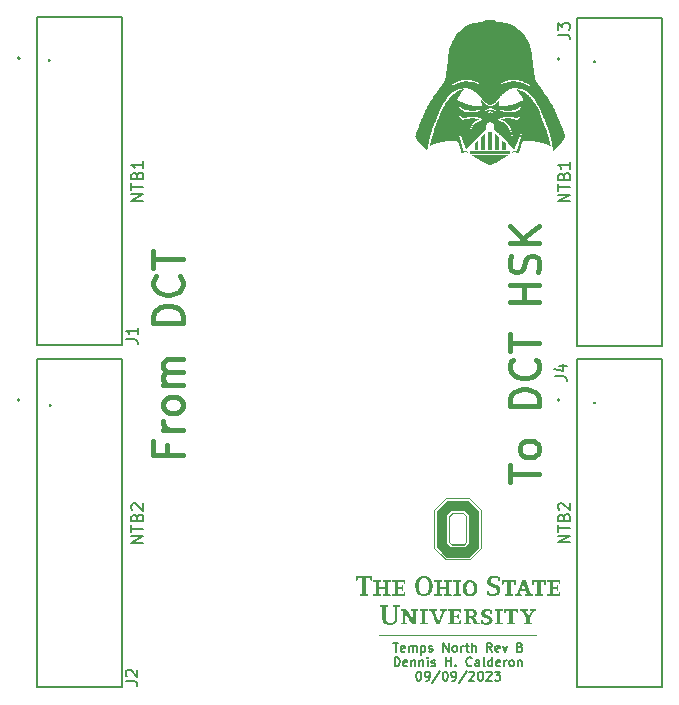
<source format=gbr>
%TF.GenerationSoftware,KiCad,Pcbnew,7.0.7*%
%TF.CreationDate,2023-09-12T10:12:19-04:00*%
%TF.ProjectId,Temps_North_DCT_HSK,54656d70-735f-44e6-9f72-74685f444354,B*%
%TF.SameCoordinates,Original*%
%TF.FileFunction,Legend,Top*%
%TF.FilePolarity,Positive*%
%FSLAX46Y46*%
G04 Gerber Fmt 4.6, Leading zero omitted, Abs format (unit mm)*
G04 Created by KiCad (PCBNEW 7.0.7) date 2023-09-12 10:12:19*
%MOMM*%
%LPD*%
G01*
G04 APERTURE LIST*
%ADD10C,0.254000*%
%ADD11C,0.400000*%
%ADD12C,0.150000*%
%ADD13C,0.200000*%
%ADD14C,0.127000*%
G04 APERTURE END LIST*
D10*
X138861800Y-50932498D02*
G75*
G03*
X138861800Y-50932498I-25400J0D01*
G01*
X92670001Y-50830000D02*
G75*
G03*
X92670001Y-50830000I-1J0D01*
G01*
X92760800Y-80020000D02*
G75*
G03*
X92760800Y-80020000I-25400J0D01*
G01*
X138861800Y-79832200D02*
G75*
G03*
X138861800Y-79832200I-25400J0D01*
G01*
D11*
X131668147Y-86514980D02*
X131668147Y-85086409D01*
X134168147Y-85800695D02*
X131668147Y-85800695D01*
X134168147Y-83895933D02*
X134049100Y-84134028D01*
X134049100Y-84134028D02*
X133930052Y-84253075D01*
X133930052Y-84253075D02*
X133691957Y-84372123D01*
X133691957Y-84372123D02*
X132977671Y-84372123D01*
X132977671Y-84372123D02*
X132739576Y-84253075D01*
X132739576Y-84253075D02*
X132620528Y-84134028D01*
X132620528Y-84134028D02*
X132501480Y-83895933D01*
X132501480Y-83895933D02*
X132501480Y-83538790D01*
X132501480Y-83538790D02*
X132620528Y-83300694D01*
X132620528Y-83300694D02*
X132739576Y-83181647D01*
X132739576Y-83181647D02*
X132977671Y-83062599D01*
X132977671Y-83062599D02*
X133691957Y-83062599D01*
X133691957Y-83062599D02*
X133930052Y-83181647D01*
X133930052Y-83181647D02*
X134049100Y-83300694D01*
X134049100Y-83300694D02*
X134168147Y-83538790D01*
X134168147Y-83538790D02*
X134168147Y-83895933D01*
X134168147Y-80086408D02*
X131668147Y-80086408D01*
X131668147Y-80086408D02*
X131668147Y-79491170D01*
X131668147Y-79491170D02*
X131787195Y-79134027D01*
X131787195Y-79134027D02*
X132025290Y-78895932D01*
X132025290Y-78895932D02*
X132263385Y-78776885D01*
X132263385Y-78776885D02*
X132739576Y-78657837D01*
X132739576Y-78657837D02*
X133096719Y-78657837D01*
X133096719Y-78657837D02*
X133572909Y-78776885D01*
X133572909Y-78776885D02*
X133811004Y-78895932D01*
X133811004Y-78895932D02*
X134049100Y-79134027D01*
X134049100Y-79134027D02*
X134168147Y-79491170D01*
X134168147Y-79491170D02*
X134168147Y-80086408D01*
X133930052Y-76157837D02*
X134049100Y-76276885D01*
X134049100Y-76276885D02*
X134168147Y-76634027D01*
X134168147Y-76634027D02*
X134168147Y-76872123D01*
X134168147Y-76872123D02*
X134049100Y-77229266D01*
X134049100Y-77229266D02*
X133811004Y-77467361D01*
X133811004Y-77467361D02*
X133572909Y-77586408D01*
X133572909Y-77586408D02*
X133096719Y-77705456D01*
X133096719Y-77705456D02*
X132739576Y-77705456D01*
X132739576Y-77705456D02*
X132263385Y-77586408D01*
X132263385Y-77586408D02*
X132025290Y-77467361D01*
X132025290Y-77467361D02*
X131787195Y-77229266D01*
X131787195Y-77229266D02*
X131668147Y-76872123D01*
X131668147Y-76872123D02*
X131668147Y-76634027D01*
X131668147Y-76634027D02*
X131787195Y-76276885D01*
X131787195Y-76276885D02*
X131906242Y-76157837D01*
X131668147Y-75443551D02*
X131668147Y-74014980D01*
X134168147Y-74729266D02*
X131668147Y-74729266D01*
X134168147Y-71276884D02*
X131668147Y-71276884D01*
X132858623Y-71276884D02*
X132858623Y-69848313D01*
X134168147Y-69848313D02*
X131668147Y-69848313D01*
X134049100Y-68776884D02*
X134168147Y-68419741D01*
X134168147Y-68419741D02*
X134168147Y-67824503D01*
X134168147Y-67824503D02*
X134049100Y-67586408D01*
X134049100Y-67586408D02*
X133930052Y-67467360D01*
X133930052Y-67467360D02*
X133691957Y-67348313D01*
X133691957Y-67348313D02*
X133453861Y-67348313D01*
X133453861Y-67348313D02*
X133215766Y-67467360D01*
X133215766Y-67467360D02*
X133096719Y-67586408D01*
X133096719Y-67586408D02*
X132977671Y-67824503D01*
X132977671Y-67824503D02*
X132858623Y-68300694D01*
X132858623Y-68300694D02*
X132739576Y-68538789D01*
X132739576Y-68538789D02*
X132620528Y-68657836D01*
X132620528Y-68657836D02*
X132382433Y-68776884D01*
X132382433Y-68776884D02*
X132144338Y-68776884D01*
X132144338Y-68776884D02*
X131906242Y-68657836D01*
X131906242Y-68657836D02*
X131787195Y-68538789D01*
X131787195Y-68538789D02*
X131668147Y-68300694D01*
X131668147Y-68300694D02*
X131668147Y-67705455D01*
X131668147Y-67705455D02*
X131787195Y-67348313D01*
X134168147Y-66276884D02*
X131668147Y-66276884D01*
X134168147Y-64848313D02*
X132739576Y-65919742D01*
X131668147Y-64848313D02*
X133096719Y-66276884D01*
D12*
X121810114Y-100118495D02*
X122245543Y-100118495D01*
X122027828Y-100880495D02*
X122027828Y-100118495D01*
X122789828Y-100844210D02*
X122717256Y-100880495D01*
X122717256Y-100880495D02*
X122572114Y-100880495D01*
X122572114Y-100880495D02*
X122499542Y-100844210D01*
X122499542Y-100844210D02*
X122463256Y-100771638D01*
X122463256Y-100771638D02*
X122463256Y-100481352D01*
X122463256Y-100481352D02*
X122499542Y-100408781D01*
X122499542Y-100408781D02*
X122572114Y-100372495D01*
X122572114Y-100372495D02*
X122717256Y-100372495D01*
X122717256Y-100372495D02*
X122789828Y-100408781D01*
X122789828Y-100408781D02*
X122826114Y-100481352D01*
X122826114Y-100481352D02*
X122826114Y-100553924D01*
X122826114Y-100553924D02*
X122463256Y-100626495D01*
X123152685Y-100880495D02*
X123152685Y-100372495D01*
X123152685Y-100445067D02*
X123188971Y-100408781D01*
X123188971Y-100408781D02*
X123261542Y-100372495D01*
X123261542Y-100372495D02*
X123370399Y-100372495D01*
X123370399Y-100372495D02*
X123442971Y-100408781D01*
X123442971Y-100408781D02*
X123479257Y-100481352D01*
X123479257Y-100481352D02*
X123479257Y-100880495D01*
X123479257Y-100481352D02*
X123515542Y-100408781D01*
X123515542Y-100408781D02*
X123588114Y-100372495D01*
X123588114Y-100372495D02*
X123696971Y-100372495D01*
X123696971Y-100372495D02*
X123769542Y-100408781D01*
X123769542Y-100408781D02*
X123805828Y-100481352D01*
X123805828Y-100481352D02*
X123805828Y-100880495D01*
X124168685Y-100372495D02*
X124168685Y-101134495D01*
X124168685Y-100408781D02*
X124241257Y-100372495D01*
X124241257Y-100372495D02*
X124386399Y-100372495D01*
X124386399Y-100372495D02*
X124458971Y-100408781D01*
X124458971Y-100408781D02*
X124495257Y-100445067D01*
X124495257Y-100445067D02*
X124531542Y-100517638D01*
X124531542Y-100517638D02*
X124531542Y-100735352D01*
X124531542Y-100735352D02*
X124495257Y-100807924D01*
X124495257Y-100807924D02*
X124458971Y-100844210D01*
X124458971Y-100844210D02*
X124386399Y-100880495D01*
X124386399Y-100880495D02*
X124241257Y-100880495D01*
X124241257Y-100880495D02*
X124168685Y-100844210D01*
X124821828Y-100844210D02*
X124894400Y-100880495D01*
X124894400Y-100880495D02*
X125039543Y-100880495D01*
X125039543Y-100880495D02*
X125112114Y-100844210D01*
X125112114Y-100844210D02*
X125148400Y-100771638D01*
X125148400Y-100771638D02*
X125148400Y-100735352D01*
X125148400Y-100735352D02*
X125112114Y-100662781D01*
X125112114Y-100662781D02*
X125039543Y-100626495D01*
X125039543Y-100626495D02*
X124930686Y-100626495D01*
X124930686Y-100626495D02*
X124858114Y-100590210D01*
X124858114Y-100590210D02*
X124821828Y-100517638D01*
X124821828Y-100517638D02*
X124821828Y-100481352D01*
X124821828Y-100481352D02*
X124858114Y-100408781D01*
X124858114Y-100408781D02*
X124930686Y-100372495D01*
X124930686Y-100372495D02*
X125039543Y-100372495D01*
X125039543Y-100372495D02*
X125112114Y-100408781D01*
X126055542Y-100880495D02*
X126055542Y-100118495D01*
X126055542Y-100118495D02*
X126490971Y-100880495D01*
X126490971Y-100880495D02*
X126490971Y-100118495D01*
X126962685Y-100880495D02*
X126890114Y-100844210D01*
X126890114Y-100844210D02*
X126853828Y-100807924D01*
X126853828Y-100807924D02*
X126817542Y-100735352D01*
X126817542Y-100735352D02*
X126817542Y-100517638D01*
X126817542Y-100517638D02*
X126853828Y-100445067D01*
X126853828Y-100445067D02*
X126890114Y-100408781D01*
X126890114Y-100408781D02*
X126962685Y-100372495D01*
X126962685Y-100372495D02*
X127071542Y-100372495D01*
X127071542Y-100372495D02*
X127144114Y-100408781D01*
X127144114Y-100408781D02*
X127180400Y-100445067D01*
X127180400Y-100445067D02*
X127216685Y-100517638D01*
X127216685Y-100517638D02*
X127216685Y-100735352D01*
X127216685Y-100735352D02*
X127180400Y-100807924D01*
X127180400Y-100807924D02*
X127144114Y-100844210D01*
X127144114Y-100844210D02*
X127071542Y-100880495D01*
X127071542Y-100880495D02*
X126962685Y-100880495D01*
X127543257Y-100880495D02*
X127543257Y-100372495D01*
X127543257Y-100517638D02*
X127579543Y-100445067D01*
X127579543Y-100445067D02*
X127615829Y-100408781D01*
X127615829Y-100408781D02*
X127688400Y-100372495D01*
X127688400Y-100372495D02*
X127760971Y-100372495D01*
X127906114Y-100372495D02*
X128196400Y-100372495D01*
X128014971Y-100118495D02*
X128014971Y-100771638D01*
X128014971Y-100771638D02*
X128051257Y-100844210D01*
X128051257Y-100844210D02*
X128123828Y-100880495D01*
X128123828Y-100880495D02*
X128196400Y-100880495D01*
X128450400Y-100880495D02*
X128450400Y-100118495D01*
X128776972Y-100880495D02*
X128776972Y-100481352D01*
X128776972Y-100481352D02*
X128740686Y-100408781D01*
X128740686Y-100408781D02*
X128668114Y-100372495D01*
X128668114Y-100372495D02*
X128559257Y-100372495D01*
X128559257Y-100372495D02*
X128486686Y-100408781D01*
X128486686Y-100408781D02*
X128450400Y-100445067D01*
X130155829Y-100880495D02*
X129901829Y-100517638D01*
X129720400Y-100880495D02*
X129720400Y-100118495D01*
X129720400Y-100118495D02*
X130010686Y-100118495D01*
X130010686Y-100118495D02*
X130083257Y-100154781D01*
X130083257Y-100154781D02*
X130119543Y-100191067D01*
X130119543Y-100191067D02*
X130155829Y-100263638D01*
X130155829Y-100263638D02*
X130155829Y-100372495D01*
X130155829Y-100372495D02*
X130119543Y-100445067D01*
X130119543Y-100445067D02*
X130083257Y-100481352D01*
X130083257Y-100481352D02*
X130010686Y-100517638D01*
X130010686Y-100517638D02*
X129720400Y-100517638D01*
X130772686Y-100844210D02*
X130700114Y-100880495D01*
X130700114Y-100880495D02*
X130554972Y-100880495D01*
X130554972Y-100880495D02*
X130482400Y-100844210D01*
X130482400Y-100844210D02*
X130446114Y-100771638D01*
X130446114Y-100771638D02*
X130446114Y-100481352D01*
X130446114Y-100481352D02*
X130482400Y-100408781D01*
X130482400Y-100408781D02*
X130554972Y-100372495D01*
X130554972Y-100372495D02*
X130700114Y-100372495D01*
X130700114Y-100372495D02*
X130772686Y-100408781D01*
X130772686Y-100408781D02*
X130808972Y-100481352D01*
X130808972Y-100481352D02*
X130808972Y-100553924D01*
X130808972Y-100553924D02*
X130446114Y-100626495D01*
X131062972Y-100372495D02*
X131244400Y-100880495D01*
X131244400Y-100880495D02*
X131425829Y-100372495D01*
X132550685Y-100481352D02*
X132659542Y-100517638D01*
X132659542Y-100517638D02*
X132695828Y-100553924D01*
X132695828Y-100553924D02*
X132732114Y-100626495D01*
X132732114Y-100626495D02*
X132732114Y-100735352D01*
X132732114Y-100735352D02*
X132695828Y-100807924D01*
X132695828Y-100807924D02*
X132659542Y-100844210D01*
X132659542Y-100844210D02*
X132586971Y-100880495D01*
X132586971Y-100880495D02*
X132296685Y-100880495D01*
X132296685Y-100880495D02*
X132296685Y-100118495D01*
X132296685Y-100118495D02*
X132550685Y-100118495D01*
X132550685Y-100118495D02*
X132623257Y-100154781D01*
X132623257Y-100154781D02*
X132659542Y-100191067D01*
X132659542Y-100191067D02*
X132695828Y-100263638D01*
X132695828Y-100263638D02*
X132695828Y-100336210D01*
X132695828Y-100336210D02*
X132659542Y-100408781D01*
X132659542Y-100408781D02*
X132623257Y-100445067D01*
X132623257Y-100445067D02*
X132550685Y-100481352D01*
X132550685Y-100481352D02*
X132296685Y-100481352D01*
X121918970Y-102107315D02*
X121918970Y-101345315D01*
X121918970Y-101345315D02*
X122100399Y-101345315D01*
X122100399Y-101345315D02*
X122209256Y-101381601D01*
X122209256Y-101381601D02*
X122281827Y-101454172D01*
X122281827Y-101454172D02*
X122318113Y-101526744D01*
X122318113Y-101526744D02*
X122354399Y-101671887D01*
X122354399Y-101671887D02*
X122354399Y-101780744D01*
X122354399Y-101780744D02*
X122318113Y-101925887D01*
X122318113Y-101925887D02*
X122281827Y-101998458D01*
X122281827Y-101998458D02*
X122209256Y-102071030D01*
X122209256Y-102071030D02*
X122100399Y-102107315D01*
X122100399Y-102107315D02*
X121918970Y-102107315D01*
X122971256Y-102071030D02*
X122898684Y-102107315D01*
X122898684Y-102107315D02*
X122753542Y-102107315D01*
X122753542Y-102107315D02*
X122680970Y-102071030D01*
X122680970Y-102071030D02*
X122644684Y-101998458D01*
X122644684Y-101998458D02*
X122644684Y-101708172D01*
X122644684Y-101708172D02*
X122680970Y-101635601D01*
X122680970Y-101635601D02*
X122753542Y-101599315D01*
X122753542Y-101599315D02*
X122898684Y-101599315D01*
X122898684Y-101599315D02*
X122971256Y-101635601D01*
X122971256Y-101635601D02*
X123007542Y-101708172D01*
X123007542Y-101708172D02*
X123007542Y-101780744D01*
X123007542Y-101780744D02*
X122644684Y-101853315D01*
X123334113Y-101599315D02*
X123334113Y-102107315D01*
X123334113Y-101671887D02*
X123370399Y-101635601D01*
X123370399Y-101635601D02*
X123442970Y-101599315D01*
X123442970Y-101599315D02*
X123551827Y-101599315D01*
X123551827Y-101599315D02*
X123624399Y-101635601D01*
X123624399Y-101635601D02*
X123660685Y-101708172D01*
X123660685Y-101708172D02*
X123660685Y-102107315D01*
X124023542Y-101599315D02*
X124023542Y-102107315D01*
X124023542Y-101671887D02*
X124059828Y-101635601D01*
X124059828Y-101635601D02*
X124132399Y-101599315D01*
X124132399Y-101599315D02*
X124241256Y-101599315D01*
X124241256Y-101599315D02*
X124313828Y-101635601D01*
X124313828Y-101635601D02*
X124350114Y-101708172D01*
X124350114Y-101708172D02*
X124350114Y-102107315D01*
X124712971Y-102107315D02*
X124712971Y-101599315D01*
X124712971Y-101345315D02*
X124676685Y-101381601D01*
X124676685Y-101381601D02*
X124712971Y-101417887D01*
X124712971Y-101417887D02*
X124749257Y-101381601D01*
X124749257Y-101381601D02*
X124712971Y-101345315D01*
X124712971Y-101345315D02*
X124712971Y-101417887D01*
X125039542Y-102071030D02*
X125112114Y-102107315D01*
X125112114Y-102107315D02*
X125257257Y-102107315D01*
X125257257Y-102107315D02*
X125329828Y-102071030D01*
X125329828Y-102071030D02*
X125366114Y-101998458D01*
X125366114Y-101998458D02*
X125366114Y-101962172D01*
X125366114Y-101962172D02*
X125329828Y-101889601D01*
X125329828Y-101889601D02*
X125257257Y-101853315D01*
X125257257Y-101853315D02*
X125148400Y-101853315D01*
X125148400Y-101853315D02*
X125075828Y-101817030D01*
X125075828Y-101817030D02*
X125039542Y-101744458D01*
X125039542Y-101744458D02*
X125039542Y-101708172D01*
X125039542Y-101708172D02*
X125075828Y-101635601D01*
X125075828Y-101635601D02*
X125148400Y-101599315D01*
X125148400Y-101599315D02*
X125257257Y-101599315D01*
X125257257Y-101599315D02*
X125329828Y-101635601D01*
X126273256Y-102107315D02*
X126273256Y-101345315D01*
X126273256Y-101708172D02*
X126708685Y-101708172D01*
X126708685Y-102107315D02*
X126708685Y-101345315D01*
X127071542Y-102034744D02*
X127107828Y-102071030D01*
X127107828Y-102071030D02*
X127071542Y-102107315D01*
X127071542Y-102107315D02*
X127035256Y-102071030D01*
X127035256Y-102071030D02*
X127071542Y-102034744D01*
X127071542Y-102034744D02*
X127071542Y-102107315D01*
X128450399Y-102034744D02*
X128414113Y-102071030D01*
X128414113Y-102071030D02*
X128305256Y-102107315D01*
X128305256Y-102107315D02*
X128232684Y-102107315D01*
X128232684Y-102107315D02*
X128123827Y-102071030D01*
X128123827Y-102071030D02*
X128051256Y-101998458D01*
X128051256Y-101998458D02*
X128014970Y-101925887D01*
X128014970Y-101925887D02*
X127978684Y-101780744D01*
X127978684Y-101780744D02*
X127978684Y-101671887D01*
X127978684Y-101671887D02*
X128014970Y-101526744D01*
X128014970Y-101526744D02*
X128051256Y-101454172D01*
X128051256Y-101454172D02*
X128123827Y-101381601D01*
X128123827Y-101381601D02*
X128232684Y-101345315D01*
X128232684Y-101345315D02*
X128305256Y-101345315D01*
X128305256Y-101345315D02*
X128414113Y-101381601D01*
X128414113Y-101381601D02*
X128450399Y-101417887D01*
X129103542Y-102107315D02*
X129103542Y-101708172D01*
X129103542Y-101708172D02*
X129067256Y-101635601D01*
X129067256Y-101635601D02*
X128994684Y-101599315D01*
X128994684Y-101599315D02*
X128849542Y-101599315D01*
X128849542Y-101599315D02*
X128776970Y-101635601D01*
X129103542Y-102071030D02*
X129030970Y-102107315D01*
X129030970Y-102107315D02*
X128849542Y-102107315D01*
X128849542Y-102107315D02*
X128776970Y-102071030D01*
X128776970Y-102071030D02*
X128740684Y-101998458D01*
X128740684Y-101998458D02*
X128740684Y-101925887D01*
X128740684Y-101925887D02*
X128776970Y-101853315D01*
X128776970Y-101853315D02*
X128849542Y-101817030D01*
X128849542Y-101817030D02*
X129030970Y-101817030D01*
X129030970Y-101817030D02*
X129103542Y-101780744D01*
X129575256Y-102107315D02*
X129502685Y-102071030D01*
X129502685Y-102071030D02*
X129466399Y-101998458D01*
X129466399Y-101998458D02*
X129466399Y-101345315D01*
X130192114Y-102107315D02*
X130192114Y-101345315D01*
X130192114Y-102071030D02*
X130119542Y-102107315D01*
X130119542Y-102107315D02*
X129974399Y-102107315D01*
X129974399Y-102107315D02*
X129901828Y-102071030D01*
X129901828Y-102071030D02*
X129865542Y-102034744D01*
X129865542Y-102034744D02*
X129829256Y-101962172D01*
X129829256Y-101962172D02*
X129829256Y-101744458D01*
X129829256Y-101744458D02*
X129865542Y-101671887D01*
X129865542Y-101671887D02*
X129901828Y-101635601D01*
X129901828Y-101635601D02*
X129974399Y-101599315D01*
X129974399Y-101599315D02*
X130119542Y-101599315D01*
X130119542Y-101599315D02*
X130192114Y-101635601D01*
X130845257Y-102071030D02*
X130772685Y-102107315D01*
X130772685Y-102107315D02*
X130627543Y-102107315D01*
X130627543Y-102107315D02*
X130554971Y-102071030D01*
X130554971Y-102071030D02*
X130518685Y-101998458D01*
X130518685Y-101998458D02*
X130518685Y-101708172D01*
X130518685Y-101708172D02*
X130554971Y-101635601D01*
X130554971Y-101635601D02*
X130627543Y-101599315D01*
X130627543Y-101599315D02*
X130772685Y-101599315D01*
X130772685Y-101599315D02*
X130845257Y-101635601D01*
X130845257Y-101635601D02*
X130881543Y-101708172D01*
X130881543Y-101708172D02*
X130881543Y-101780744D01*
X130881543Y-101780744D02*
X130518685Y-101853315D01*
X131208114Y-102107315D02*
X131208114Y-101599315D01*
X131208114Y-101744458D02*
X131244400Y-101671887D01*
X131244400Y-101671887D02*
X131280686Y-101635601D01*
X131280686Y-101635601D02*
X131353257Y-101599315D01*
X131353257Y-101599315D02*
X131425828Y-101599315D01*
X131788685Y-102107315D02*
X131716114Y-102071030D01*
X131716114Y-102071030D02*
X131679828Y-102034744D01*
X131679828Y-102034744D02*
X131643542Y-101962172D01*
X131643542Y-101962172D02*
X131643542Y-101744458D01*
X131643542Y-101744458D02*
X131679828Y-101671887D01*
X131679828Y-101671887D02*
X131716114Y-101635601D01*
X131716114Y-101635601D02*
X131788685Y-101599315D01*
X131788685Y-101599315D02*
X131897542Y-101599315D01*
X131897542Y-101599315D02*
X131970114Y-101635601D01*
X131970114Y-101635601D02*
X132006400Y-101671887D01*
X132006400Y-101671887D02*
X132042685Y-101744458D01*
X132042685Y-101744458D02*
X132042685Y-101962172D01*
X132042685Y-101962172D02*
X132006400Y-102034744D01*
X132006400Y-102034744D02*
X131970114Y-102071030D01*
X131970114Y-102071030D02*
X131897542Y-102107315D01*
X131897542Y-102107315D02*
X131788685Y-102107315D01*
X132369257Y-101599315D02*
X132369257Y-102107315D01*
X132369257Y-101671887D02*
X132405543Y-101635601D01*
X132405543Y-101635601D02*
X132478114Y-101599315D01*
X132478114Y-101599315D02*
X132586971Y-101599315D01*
X132586971Y-101599315D02*
X132659543Y-101635601D01*
X132659543Y-101635601D02*
X132695829Y-101708172D01*
X132695829Y-101708172D02*
X132695829Y-102107315D01*
X123932829Y-102572135D02*
X124005400Y-102572135D01*
X124005400Y-102572135D02*
X124077972Y-102608421D01*
X124077972Y-102608421D02*
X124114258Y-102644707D01*
X124114258Y-102644707D02*
X124150543Y-102717278D01*
X124150543Y-102717278D02*
X124186829Y-102862421D01*
X124186829Y-102862421D02*
X124186829Y-103043850D01*
X124186829Y-103043850D02*
X124150543Y-103188992D01*
X124150543Y-103188992D02*
X124114258Y-103261564D01*
X124114258Y-103261564D02*
X124077972Y-103297850D01*
X124077972Y-103297850D02*
X124005400Y-103334135D01*
X124005400Y-103334135D02*
X123932829Y-103334135D01*
X123932829Y-103334135D02*
X123860258Y-103297850D01*
X123860258Y-103297850D02*
X123823972Y-103261564D01*
X123823972Y-103261564D02*
X123787686Y-103188992D01*
X123787686Y-103188992D02*
X123751400Y-103043850D01*
X123751400Y-103043850D02*
X123751400Y-102862421D01*
X123751400Y-102862421D02*
X123787686Y-102717278D01*
X123787686Y-102717278D02*
X123823972Y-102644707D01*
X123823972Y-102644707D02*
X123860258Y-102608421D01*
X123860258Y-102608421D02*
X123932829Y-102572135D01*
X124549686Y-103334135D02*
X124694829Y-103334135D01*
X124694829Y-103334135D02*
X124767400Y-103297850D01*
X124767400Y-103297850D02*
X124803686Y-103261564D01*
X124803686Y-103261564D02*
X124876257Y-103152707D01*
X124876257Y-103152707D02*
X124912543Y-103007564D01*
X124912543Y-103007564D02*
X124912543Y-102717278D01*
X124912543Y-102717278D02*
X124876257Y-102644707D01*
X124876257Y-102644707D02*
X124839972Y-102608421D01*
X124839972Y-102608421D02*
X124767400Y-102572135D01*
X124767400Y-102572135D02*
X124622257Y-102572135D01*
X124622257Y-102572135D02*
X124549686Y-102608421D01*
X124549686Y-102608421D02*
X124513400Y-102644707D01*
X124513400Y-102644707D02*
X124477114Y-102717278D01*
X124477114Y-102717278D02*
X124477114Y-102898707D01*
X124477114Y-102898707D02*
X124513400Y-102971278D01*
X124513400Y-102971278D02*
X124549686Y-103007564D01*
X124549686Y-103007564D02*
X124622257Y-103043850D01*
X124622257Y-103043850D02*
X124767400Y-103043850D01*
X124767400Y-103043850D02*
X124839972Y-103007564D01*
X124839972Y-103007564D02*
X124876257Y-102971278D01*
X124876257Y-102971278D02*
X124912543Y-102898707D01*
X125783400Y-102535850D02*
X125130257Y-103515564D01*
X126182543Y-102572135D02*
X126255114Y-102572135D01*
X126255114Y-102572135D02*
X126327686Y-102608421D01*
X126327686Y-102608421D02*
X126363972Y-102644707D01*
X126363972Y-102644707D02*
X126400257Y-102717278D01*
X126400257Y-102717278D02*
X126436543Y-102862421D01*
X126436543Y-102862421D02*
X126436543Y-103043850D01*
X126436543Y-103043850D02*
X126400257Y-103188992D01*
X126400257Y-103188992D02*
X126363972Y-103261564D01*
X126363972Y-103261564D02*
X126327686Y-103297850D01*
X126327686Y-103297850D02*
X126255114Y-103334135D01*
X126255114Y-103334135D02*
X126182543Y-103334135D01*
X126182543Y-103334135D02*
X126109972Y-103297850D01*
X126109972Y-103297850D02*
X126073686Y-103261564D01*
X126073686Y-103261564D02*
X126037400Y-103188992D01*
X126037400Y-103188992D02*
X126001114Y-103043850D01*
X126001114Y-103043850D02*
X126001114Y-102862421D01*
X126001114Y-102862421D02*
X126037400Y-102717278D01*
X126037400Y-102717278D02*
X126073686Y-102644707D01*
X126073686Y-102644707D02*
X126109972Y-102608421D01*
X126109972Y-102608421D02*
X126182543Y-102572135D01*
X126799400Y-103334135D02*
X126944543Y-103334135D01*
X126944543Y-103334135D02*
X127017114Y-103297850D01*
X127017114Y-103297850D02*
X127053400Y-103261564D01*
X127053400Y-103261564D02*
X127125971Y-103152707D01*
X127125971Y-103152707D02*
X127162257Y-103007564D01*
X127162257Y-103007564D02*
X127162257Y-102717278D01*
X127162257Y-102717278D02*
X127125971Y-102644707D01*
X127125971Y-102644707D02*
X127089686Y-102608421D01*
X127089686Y-102608421D02*
X127017114Y-102572135D01*
X127017114Y-102572135D02*
X126871971Y-102572135D01*
X126871971Y-102572135D02*
X126799400Y-102608421D01*
X126799400Y-102608421D02*
X126763114Y-102644707D01*
X126763114Y-102644707D02*
X126726828Y-102717278D01*
X126726828Y-102717278D02*
X126726828Y-102898707D01*
X126726828Y-102898707D02*
X126763114Y-102971278D01*
X126763114Y-102971278D02*
X126799400Y-103007564D01*
X126799400Y-103007564D02*
X126871971Y-103043850D01*
X126871971Y-103043850D02*
X127017114Y-103043850D01*
X127017114Y-103043850D02*
X127089686Y-103007564D01*
X127089686Y-103007564D02*
X127125971Y-102971278D01*
X127125971Y-102971278D02*
X127162257Y-102898707D01*
X128033114Y-102535850D02*
X127379971Y-103515564D01*
X128250828Y-102644707D02*
X128287114Y-102608421D01*
X128287114Y-102608421D02*
X128359686Y-102572135D01*
X128359686Y-102572135D02*
X128541114Y-102572135D01*
X128541114Y-102572135D02*
X128613686Y-102608421D01*
X128613686Y-102608421D02*
X128649971Y-102644707D01*
X128649971Y-102644707D02*
X128686257Y-102717278D01*
X128686257Y-102717278D02*
X128686257Y-102789850D01*
X128686257Y-102789850D02*
X128649971Y-102898707D01*
X128649971Y-102898707D02*
X128214543Y-103334135D01*
X128214543Y-103334135D02*
X128686257Y-103334135D01*
X129157971Y-102572135D02*
X129230542Y-102572135D01*
X129230542Y-102572135D02*
X129303114Y-102608421D01*
X129303114Y-102608421D02*
X129339400Y-102644707D01*
X129339400Y-102644707D02*
X129375685Y-102717278D01*
X129375685Y-102717278D02*
X129411971Y-102862421D01*
X129411971Y-102862421D02*
X129411971Y-103043850D01*
X129411971Y-103043850D02*
X129375685Y-103188992D01*
X129375685Y-103188992D02*
X129339400Y-103261564D01*
X129339400Y-103261564D02*
X129303114Y-103297850D01*
X129303114Y-103297850D02*
X129230542Y-103334135D01*
X129230542Y-103334135D02*
X129157971Y-103334135D01*
X129157971Y-103334135D02*
X129085400Y-103297850D01*
X129085400Y-103297850D02*
X129049114Y-103261564D01*
X129049114Y-103261564D02*
X129012828Y-103188992D01*
X129012828Y-103188992D02*
X128976542Y-103043850D01*
X128976542Y-103043850D02*
X128976542Y-102862421D01*
X128976542Y-102862421D02*
X129012828Y-102717278D01*
X129012828Y-102717278D02*
X129049114Y-102644707D01*
X129049114Y-102644707D02*
X129085400Y-102608421D01*
X129085400Y-102608421D02*
X129157971Y-102572135D01*
X129702256Y-102644707D02*
X129738542Y-102608421D01*
X129738542Y-102608421D02*
X129811114Y-102572135D01*
X129811114Y-102572135D02*
X129992542Y-102572135D01*
X129992542Y-102572135D02*
X130065114Y-102608421D01*
X130065114Y-102608421D02*
X130101399Y-102644707D01*
X130101399Y-102644707D02*
X130137685Y-102717278D01*
X130137685Y-102717278D02*
X130137685Y-102789850D01*
X130137685Y-102789850D02*
X130101399Y-102898707D01*
X130101399Y-102898707D02*
X129665971Y-103334135D01*
X129665971Y-103334135D02*
X130137685Y-103334135D01*
X130391685Y-102572135D02*
X130863399Y-102572135D01*
X130863399Y-102572135D02*
X130609399Y-102862421D01*
X130609399Y-102862421D02*
X130718256Y-102862421D01*
X130718256Y-102862421D02*
X130790828Y-102898707D01*
X130790828Y-102898707D02*
X130827113Y-102934992D01*
X130827113Y-102934992D02*
X130863399Y-103007564D01*
X130863399Y-103007564D02*
X130863399Y-103188992D01*
X130863399Y-103188992D02*
X130827113Y-103261564D01*
X130827113Y-103261564D02*
X130790828Y-103297850D01*
X130790828Y-103297850D02*
X130718256Y-103334135D01*
X130718256Y-103334135D02*
X130500542Y-103334135D01*
X130500542Y-103334135D02*
X130427970Y-103297850D01*
X130427970Y-103297850D02*
X130391685Y-103261564D01*
D13*
X100634619Y-91660457D02*
X99634619Y-91660457D01*
X99634619Y-91660457D02*
X100634619Y-91089029D01*
X100634619Y-91089029D02*
X99634619Y-91089029D01*
X99634619Y-90755695D02*
X99634619Y-90184267D01*
X100634619Y-90469981D02*
X99634619Y-90469981D01*
X100110809Y-89517600D02*
X100158428Y-89374743D01*
X100158428Y-89374743D02*
X100206047Y-89327124D01*
X100206047Y-89327124D02*
X100301285Y-89279505D01*
X100301285Y-89279505D02*
X100444142Y-89279505D01*
X100444142Y-89279505D02*
X100539380Y-89327124D01*
X100539380Y-89327124D02*
X100587000Y-89374743D01*
X100587000Y-89374743D02*
X100634619Y-89469981D01*
X100634619Y-89469981D02*
X100634619Y-89850933D01*
X100634619Y-89850933D02*
X99634619Y-89850933D01*
X99634619Y-89850933D02*
X99634619Y-89517600D01*
X99634619Y-89517600D02*
X99682238Y-89422362D01*
X99682238Y-89422362D02*
X99729857Y-89374743D01*
X99729857Y-89374743D02*
X99825095Y-89327124D01*
X99825095Y-89327124D02*
X99920333Y-89327124D01*
X99920333Y-89327124D02*
X100015571Y-89374743D01*
X100015571Y-89374743D02*
X100063190Y-89422362D01*
X100063190Y-89422362D02*
X100110809Y-89517600D01*
X100110809Y-89517600D02*
X100110809Y-89850933D01*
X99729857Y-88898552D02*
X99682238Y-88850933D01*
X99682238Y-88850933D02*
X99634619Y-88755695D01*
X99634619Y-88755695D02*
X99634619Y-88517600D01*
X99634619Y-88517600D02*
X99682238Y-88422362D01*
X99682238Y-88422362D02*
X99729857Y-88374743D01*
X99729857Y-88374743D02*
X99825095Y-88327124D01*
X99825095Y-88327124D02*
X99920333Y-88327124D01*
X99920333Y-88327124D02*
X100063190Y-88374743D01*
X100063190Y-88374743D02*
X100634619Y-88946171D01*
X100634619Y-88946171D02*
X100634619Y-88327124D01*
X136759619Y-91630456D02*
X135759619Y-91630456D01*
X135759619Y-91630456D02*
X136759619Y-91059028D01*
X136759619Y-91059028D02*
X135759619Y-91059028D01*
X135759619Y-90725694D02*
X135759619Y-90154266D01*
X136759619Y-90439980D02*
X135759619Y-90439980D01*
X136235809Y-89487599D02*
X136283428Y-89344742D01*
X136283428Y-89344742D02*
X136331047Y-89297123D01*
X136331047Y-89297123D02*
X136426285Y-89249504D01*
X136426285Y-89249504D02*
X136569142Y-89249504D01*
X136569142Y-89249504D02*
X136664380Y-89297123D01*
X136664380Y-89297123D02*
X136712000Y-89344742D01*
X136712000Y-89344742D02*
X136759619Y-89439980D01*
X136759619Y-89439980D02*
X136759619Y-89820932D01*
X136759619Y-89820932D02*
X135759619Y-89820932D01*
X135759619Y-89820932D02*
X135759619Y-89487599D01*
X135759619Y-89487599D02*
X135807238Y-89392361D01*
X135807238Y-89392361D02*
X135854857Y-89344742D01*
X135854857Y-89344742D02*
X135950095Y-89297123D01*
X135950095Y-89297123D02*
X136045333Y-89297123D01*
X136045333Y-89297123D02*
X136140571Y-89344742D01*
X136140571Y-89344742D02*
X136188190Y-89392361D01*
X136188190Y-89392361D02*
X136235809Y-89487599D01*
X136235809Y-89487599D02*
X136235809Y-89820932D01*
X135854857Y-88868551D02*
X135807238Y-88820932D01*
X135807238Y-88820932D02*
X135759619Y-88725694D01*
X135759619Y-88725694D02*
X135759619Y-88487599D01*
X135759619Y-88487599D02*
X135807238Y-88392361D01*
X135807238Y-88392361D02*
X135854857Y-88344742D01*
X135854857Y-88344742D02*
X135950095Y-88297123D01*
X135950095Y-88297123D02*
X136045333Y-88297123D01*
X136045333Y-88297123D02*
X136188190Y-88344742D01*
X136188190Y-88344742D02*
X136759619Y-88916170D01*
X136759619Y-88916170D02*
X136759619Y-88297123D01*
D11*
X102683623Y-83381647D02*
X102683623Y-84214980D01*
X103993147Y-84214980D02*
X101493147Y-84214980D01*
X101493147Y-84214980D02*
X101493147Y-83024504D01*
X103993147Y-82072123D02*
X102326480Y-82072123D01*
X102802671Y-82072123D02*
X102564576Y-81953076D01*
X102564576Y-81953076D02*
X102445528Y-81834028D01*
X102445528Y-81834028D02*
X102326480Y-81595933D01*
X102326480Y-81595933D02*
X102326480Y-81357838D01*
X103993147Y-80167362D02*
X103874100Y-80405457D01*
X103874100Y-80405457D02*
X103755052Y-80524504D01*
X103755052Y-80524504D02*
X103516957Y-80643552D01*
X103516957Y-80643552D02*
X102802671Y-80643552D01*
X102802671Y-80643552D02*
X102564576Y-80524504D01*
X102564576Y-80524504D02*
X102445528Y-80405457D01*
X102445528Y-80405457D02*
X102326480Y-80167362D01*
X102326480Y-80167362D02*
X102326480Y-79810219D01*
X102326480Y-79810219D02*
X102445528Y-79572123D01*
X102445528Y-79572123D02*
X102564576Y-79453076D01*
X102564576Y-79453076D02*
X102802671Y-79334028D01*
X102802671Y-79334028D02*
X103516957Y-79334028D01*
X103516957Y-79334028D02*
X103755052Y-79453076D01*
X103755052Y-79453076D02*
X103874100Y-79572123D01*
X103874100Y-79572123D02*
X103993147Y-79810219D01*
X103993147Y-79810219D02*
X103993147Y-80167362D01*
X103993147Y-78262599D02*
X102326480Y-78262599D01*
X102564576Y-78262599D02*
X102445528Y-78143552D01*
X102445528Y-78143552D02*
X102326480Y-77905457D01*
X102326480Y-77905457D02*
X102326480Y-77548314D01*
X102326480Y-77548314D02*
X102445528Y-77310218D01*
X102445528Y-77310218D02*
X102683623Y-77191171D01*
X102683623Y-77191171D02*
X103993147Y-77191171D01*
X102683623Y-77191171D02*
X102445528Y-77072123D01*
X102445528Y-77072123D02*
X102326480Y-76834028D01*
X102326480Y-76834028D02*
X102326480Y-76476885D01*
X102326480Y-76476885D02*
X102445528Y-76238790D01*
X102445528Y-76238790D02*
X102683623Y-76119742D01*
X102683623Y-76119742D02*
X103993147Y-76119742D01*
X103993147Y-73024504D02*
X101493147Y-73024504D01*
X101493147Y-73024504D02*
X101493147Y-72429266D01*
X101493147Y-72429266D02*
X101612195Y-72072123D01*
X101612195Y-72072123D02*
X101850290Y-71834028D01*
X101850290Y-71834028D02*
X102088385Y-71714981D01*
X102088385Y-71714981D02*
X102564576Y-71595933D01*
X102564576Y-71595933D02*
X102921719Y-71595933D01*
X102921719Y-71595933D02*
X103397909Y-71714981D01*
X103397909Y-71714981D02*
X103636004Y-71834028D01*
X103636004Y-71834028D02*
X103874100Y-72072123D01*
X103874100Y-72072123D02*
X103993147Y-72429266D01*
X103993147Y-72429266D02*
X103993147Y-73024504D01*
X103755052Y-69095933D02*
X103874100Y-69214981D01*
X103874100Y-69214981D02*
X103993147Y-69572123D01*
X103993147Y-69572123D02*
X103993147Y-69810219D01*
X103993147Y-69810219D02*
X103874100Y-70167362D01*
X103874100Y-70167362D02*
X103636004Y-70405457D01*
X103636004Y-70405457D02*
X103397909Y-70524504D01*
X103397909Y-70524504D02*
X102921719Y-70643552D01*
X102921719Y-70643552D02*
X102564576Y-70643552D01*
X102564576Y-70643552D02*
X102088385Y-70524504D01*
X102088385Y-70524504D02*
X101850290Y-70405457D01*
X101850290Y-70405457D02*
X101612195Y-70167362D01*
X101612195Y-70167362D02*
X101493147Y-69810219D01*
X101493147Y-69810219D02*
X101493147Y-69572123D01*
X101493147Y-69572123D02*
X101612195Y-69214981D01*
X101612195Y-69214981D02*
X101731242Y-69095933D01*
X101493147Y-68381647D02*
X101493147Y-66953076D01*
X103993147Y-67667362D02*
X101493147Y-67667362D01*
D13*
X136759619Y-62755257D02*
X135759619Y-62755257D01*
X135759619Y-62755257D02*
X136759619Y-62183829D01*
X136759619Y-62183829D02*
X135759619Y-62183829D01*
X135759619Y-61850495D02*
X135759619Y-61279067D01*
X136759619Y-61564781D02*
X135759619Y-61564781D01*
X136235809Y-60612400D02*
X136283428Y-60469543D01*
X136283428Y-60469543D02*
X136331047Y-60421924D01*
X136331047Y-60421924D02*
X136426285Y-60374305D01*
X136426285Y-60374305D02*
X136569142Y-60374305D01*
X136569142Y-60374305D02*
X136664380Y-60421924D01*
X136664380Y-60421924D02*
X136712000Y-60469543D01*
X136712000Y-60469543D02*
X136759619Y-60564781D01*
X136759619Y-60564781D02*
X136759619Y-60945733D01*
X136759619Y-60945733D02*
X135759619Y-60945733D01*
X135759619Y-60945733D02*
X135759619Y-60612400D01*
X135759619Y-60612400D02*
X135807238Y-60517162D01*
X135807238Y-60517162D02*
X135854857Y-60469543D01*
X135854857Y-60469543D02*
X135950095Y-60421924D01*
X135950095Y-60421924D02*
X136045333Y-60421924D01*
X136045333Y-60421924D02*
X136140571Y-60469543D01*
X136140571Y-60469543D02*
X136188190Y-60517162D01*
X136188190Y-60517162D02*
X136235809Y-60612400D01*
X136235809Y-60612400D02*
X136235809Y-60945733D01*
X136759619Y-59421924D02*
X136759619Y-59993352D01*
X136759619Y-59707638D02*
X135759619Y-59707638D01*
X135759619Y-59707638D02*
X135902476Y-59802876D01*
X135902476Y-59802876D02*
X135997714Y-59898114D01*
X135997714Y-59898114D02*
X136045333Y-59993352D01*
X100634619Y-62704457D02*
X99634619Y-62704457D01*
X99634619Y-62704457D02*
X100634619Y-62133029D01*
X100634619Y-62133029D02*
X99634619Y-62133029D01*
X99634619Y-61799695D02*
X99634619Y-61228267D01*
X100634619Y-61513981D02*
X99634619Y-61513981D01*
X100110809Y-60561600D02*
X100158428Y-60418743D01*
X100158428Y-60418743D02*
X100206047Y-60371124D01*
X100206047Y-60371124D02*
X100301285Y-60323505D01*
X100301285Y-60323505D02*
X100444142Y-60323505D01*
X100444142Y-60323505D02*
X100539380Y-60371124D01*
X100539380Y-60371124D02*
X100587000Y-60418743D01*
X100587000Y-60418743D02*
X100634619Y-60513981D01*
X100634619Y-60513981D02*
X100634619Y-60894933D01*
X100634619Y-60894933D02*
X99634619Y-60894933D01*
X99634619Y-60894933D02*
X99634619Y-60561600D01*
X99634619Y-60561600D02*
X99682238Y-60466362D01*
X99682238Y-60466362D02*
X99729857Y-60418743D01*
X99729857Y-60418743D02*
X99825095Y-60371124D01*
X99825095Y-60371124D02*
X99920333Y-60371124D01*
X99920333Y-60371124D02*
X100015571Y-60418743D01*
X100015571Y-60418743D02*
X100063190Y-60466362D01*
X100063190Y-60466362D02*
X100110809Y-60561600D01*
X100110809Y-60561600D02*
X100110809Y-60894933D01*
X100634619Y-59371124D02*
X100634619Y-59942552D01*
X100634619Y-59656838D02*
X99634619Y-59656838D01*
X99634619Y-59656838D02*
X99777476Y-59752076D01*
X99777476Y-59752076D02*
X99872714Y-59847314D01*
X99872714Y-59847314D02*
X99920333Y-59942552D01*
D12*
X99149819Y-103406533D02*
X99864104Y-103406533D01*
X99864104Y-103406533D02*
X100006961Y-103454152D01*
X100006961Y-103454152D02*
X100102200Y-103549390D01*
X100102200Y-103549390D02*
X100149819Y-103692247D01*
X100149819Y-103692247D02*
X100149819Y-103787485D01*
X99245057Y-102977961D02*
X99197438Y-102930342D01*
X99197438Y-102930342D02*
X99149819Y-102835104D01*
X99149819Y-102835104D02*
X99149819Y-102597009D01*
X99149819Y-102597009D02*
X99197438Y-102501771D01*
X99197438Y-102501771D02*
X99245057Y-102454152D01*
X99245057Y-102454152D02*
X99340295Y-102406533D01*
X99340295Y-102406533D02*
X99435533Y-102406533D01*
X99435533Y-102406533D02*
X99578390Y-102454152D01*
X99578390Y-102454152D02*
X100149819Y-103025580D01*
X100149819Y-103025580D02*
X100149819Y-102406533D01*
X135751219Y-48644133D02*
X136465504Y-48644133D01*
X136465504Y-48644133D02*
X136608361Y-48691752D01*
X136608361Y-48691752D02*
X136703600Y-48786990D01*
X136703600Y-48786990D02*
X136751219Y-48929847D01*
X136751219Y-48929847D02*
X136751219Y-49025085D01*
X135751219Y-48263180D02*
X135751219Y-47644133D01*
X135751219Y-47644133D02*
X136132171Y-47977466D01*
X136132171Y-47977466D02*
X136132171Y-47834609D01*
X136132171Y-47834609D02*
X136179790Y-47739371D01*
X136179790Y-47739371D02*
X136227409Y-47691752D01*
X136227409Y-47691752D02*
X136322647Y-47644133D01*
X136322647Y-47644133D02*
X136560742Y-47644133D01*
X136560742Y-47644133D02*
X136655980Y-47691752D01*
X136655980Y-47691752D02*
X136703600Y-47739371D01*
X136703600Y-47739371D02*
X136751219Y-47834609D01*
X136751219Y-47834609D02*
X136751219Y-48120323D01*
X136751219Y-48120323D02*
X136703600Y-48215561D01*
X136703600Y-48215561D02*
X136655980Y-48263180D01*
X135497219Y-77574733D02*
X136211504Y-77574733D01*
X136211504Y-77574733D02*
X136354361Y-77622352D01*
X136354361Y-77622352D02*
X136449600Y-77717590D01*
X136449600Y-77717590D02*
X136497219Y-77860447D01*
X136497219Y-77860447D02*
X136497219Y-77955685D01*
X135830552Y-76669971D02*
X136497219Y-76669971D01*
X135449600Y-76908066D02*
X136163885Y-77146161D01*
X136163885Y-77146161D02*
X136163885Y-76527114D01*
X99175219Y-74450533D02*
X99889504Y-74450533D01*
X99889504Y-74450533D02*
X100032361Y-74498152D01*
X100032361Y-74498152D02*
X100127600Y-74593390D01*
X100127600Y-74593390D02*
X100175219Y-74736247D01*
X100175219Y-74736247D02*
X100175219Y-74831485D01*
X100175219Y-73450533D02*
X100175219Y-74021961D01*
X100175219Y-73736247D02*
X99175219Y-73736247D01*
X99175219Y-73736247D02*
X99318076Y-73831485D01*
X99318076Y-73831485D02*
X99413314Y-73926723D01*
X99413314Y-73926723D02*
X99460933Y-74021961D01*
D14*
%TO.C,J2*%
X98831600Y-76123600D02*
X98831600Y-103911600D01*
X91617600Y-76123600D02*
X98831600Y-76123600D01*
X98831600Y-103911600D02*
X91617600Y-103911600D01*
X91617600Y-103911600D02*
X91617600Y-76123600D01*
D13*
X90183080Y-79583280D02*
G75*
G03*
X90183080Y-79583280I-100000J0D01*
G01*
%TO.C,G\u002A\u002A\u002A*%
G36*
X134019742Y-99567900D02*
G01*
X120589857Y-99567900D01*
X120589857Y-99470582D01*
X134019742Y-99470582D01*
X134019742Y-99567900D01*
G37*
G36*
X134733407Y-95204810D02*
G01*
X134607840Y-95204810D01*
X134585820Y-95010174D01*
X134295476Y-95010174D01*
X134295476Y-95997963D01*
X134490112Y-96019983D01*
X134490112Y-96145550D01*
X133808886Y-96145550D01*
X133808886Y-96019983D01*
X134003522Y-95997963D01*
X134003522Y-95010174D01*
X133713179Y-95010174D01*
X133691159Y-95204810D01*
X133565591Y-95204810D01*
X133565591Y-94847977D01*
X134733407Y-94847977D01*
X134733407Y-95204810D01*
G37*
G36*
X124725872Y-97407499D02*
G01*
X124531236Y-97430089D01*
X124531236Y-98428841D01*
X124624499Y-98442847D01*
X124676803Y-98451535D01*
X124705121Y-98461586D01*
X124717551Y-98479165D01*
X124722190Y-98510434D01*
X124722796Y-98517677D01*
X124727831Y-98578501D01*
X124044646Y-98578501D01*
X124044646Y-98521223D01*
X124046384Y-98487751D01*
X124056179Y-98467136D01*
X124080909Y-98454680D01*
X124127447Y-98445681D01*
X124162239Y-98440850D01*
X124239282Y-98430536D01*
X124239282Y-97430089D01*
X124044646Y-97407499D01*
X124044646Y-97280927D01*
X124725872Y-97280927D01*
X124725872Y-97407499D01*
G37*
G36*
X127950709Y-89274539D02*
G01*
X128083344Y-89410425D01*
X128083344Y-91624227D01*
X127950709Y-91760112D01*
X127818075Y-91895997D01*
X126793164Y-91895997D01*
X126659710Y-91761846D01*
X126526255Y-91627695D01*
X126526255Y-91595061D01*
X126623573Y-91595061D01*
X126724478Y-91696870D01*
X126825382Y-91798679D01*
X127782407Y-91798679D01*
X127884216Y-91697775D01*
X127986026Y-91596871D01*
X127986026Y-89439532D01*
X127767930Y-89219752D01*
X126843353Y-89219752D01*
X126623573Y-89437848D01*
X126623573Y-91595061D01*
X126526255Y-91595061D01*
X126526255Y-89405562D01*
X126660406Y-89272108D01*
X126794558Y-89138654D01*
X127818075Y-89138654D01*
X127950709Y-89274539D01*
G37*
G36*
X128671419Y-88534582D02*
G01*
X129105183Y-88968569D01*
X129105183Y-92067104D01*
X128236047Y-92934056D01*
X126371947Y-92934056D01*
X125930072Y-92491962D01*
X125488197Y-92049867D01*
X125488197Y-91676502D01*
X126380278Y-91676502D01*
X126554363Y-91851129D01*
X126728448Y-92025755D01*
X127880044Y-92025755D01*
X128046572Y-91859793D01*
X128213101Y-91693831D01*
X128213101Y-89341929D01*
X127864931Y-88992677D01*
X126745729Y-88992677D01*
X126563003Y-89174884D01*
X126380278Y-89357090D01*
X126380278Y-91676502D01*
X125488197Y-91676502D01*
X125488197Y-88984346D01*
X125930291Y-88542471D01*
X126372386Y-88100595D01*
X128237656Y-88100595D01*
X128671419Y-88534582D01*
G37*
G36*
X129316038Y-88862582D02*
G01*
X129316038Y-92147599D01*
X128817187Y-92646255D01*
X128318336Y-93144912D01*
X126270466Y-93144912D01*
X125782623Y-92646157D01*
X125294779Y-92147402D01*
X125294761Y-92098541D01*
X125374659Y-92098541D01*
X125848981Y-92573067D01*
X126323303Y-93047594D01*
X128286299Y-93047594D01*
X128752344Y-92581278D01*
X129218389Y-92114963D01*
X129240301Y-88909039D01*
X128771410Y-88439938D01*
X128302519Y-87970838D01*
X126307496Y-87970838D01*
X125841078Y-88437048D01*
X125374659Y-88903259D01*
X125374659Y-92098541D01*
X125294761Y-92098541D01*
X125293561Y-88854610D01*
X126275047Y-87873520D01*
X128338294Y-87873520D01*
X129316038Y-88862582D01*
G37*
G36*
X132381556Y-97637760D02*
G01*
X132255988Y-97637760D01*
X132233968Y-97443124D01*
X131943625Y-97443124D01*
X131943625Y-98428841D01*
X132036888Y-98442847D01*
X132089191Y-98451535D01*
X132117509Y-98461586D01*
X132129939Y-98479165D01*
X132134578Y-98510434D01*
X132135185Y-98517677D01*
X132140219Y-98578501D01*
X131455076Y-98578501D01*
X131460110Y-98517677D01*
X131464223Y-98483417D01*
X131474729Y-98463914D01*
X131499723Y-98453002D01*
X131547303Y-98444519D01*
X131558407Y-98442847D01*
X131651671Y-98428841D01*
X131651671Y-97443124D01*
X131362902Y-97443124D01*
X131340312Y-97637760D01*
X131213739Y-97637760D01*
X131213739Y-97280927D01*
X132381556Y-97280927D01*
X132381556Y-97637760D01*
G37*
G36*
X131067762Y-97405434D02*
G01*
X130881236Y-97435014D01*
X130876950Y-97931893D01*
X130872663Y-98428773D01*
X130966158Y-98442813D01*
X131018541Y-98451506D01*
X131046929Y-98461536D01*
X131059406Y-98479046D01*
X131064059Y-98510179D01*
X131064687Y-98517677D01*
X131069721Y-98578501D01*
X130386536Y-98578501D01*
X130386536Y-98521223D01*
X130388274Y-98487751D01*
X130398069Y-98467136D01*
X130422799Y-98454680D01*
X130469337Y-98445681D01*
X130504129Y-98440850D01*
X130581172Y-98430536D01*
X130581172Y-97430587D01*
X130487909Y-97416581D01*
X130435675Y-97407940D01*
X130407843Y-97398255D01*
X130396730Y-97381695D01*
X130394653Y-97352429D01*
X130394646Y-97345806D01*
X130394646Y-97289037D01*
X131067762Y-97280269D01*
X131067762Y-97405434D01*
G37*
G36*
X127580534Y-94973544D02*
G01*
X127483216Y-94984555D01*
X127385898Y-94995565D01*
X127385898Y-95488502D01*
X127386413Y-95633017D01*
X127387910Y-95756305D01*
X127390317Y-95856076D01*
X127393562Y-95930037D01*
X127397572Y-95975897D01*
X127401731Y-95991225D01*
X127426062Y-95998688D01*
X127470407Y-96006795D01*
X127499049Y-96010661D01*
X127580534Y-96020312D01*
X127580534Y-96145550D01*
X126897350Y-96145550D01*
X126902384Y-96084727D01*
X126906497Y-96050467D01*
X126917002Y-96030964D01*
X126941996Y-96020052D01*
X126989577Y-96011569D01*
X127000681Y-96009897D01*
X127093944Y-95995891D01*
X127093944Y-94997636D01*
X127000681Y-94983630D01*
X126948377Y-94974942D01*
X126920059Y-94964891D01*
X126907629Y-94947313D01*
X126902990Y-94916043D01*
X126902384Y-94908801D01*
X126897350Y-94847977D01*
X127580534Y-94847977D01*
X127580534Y-94973544D01*
G37*
G36*
X132186920Y-95204810D02*
G01*
X132059150Y-95204810D01*
X132048835Y-95127766D01*
X132040983Y-95072114D01*
X132031021Y-95037521D01*
X132012091Y-95018991D01*
X131977334Y-95011531D01*
X131919891Y-95010146D01*
X131887365Y-95010174D01*
X131748989Y-95010174D01*
X131748989Y-95997239D01*
X131927405Y-96019531D01*
X131927405Y-96145550D01*
X131262398Y-96145550D01*
X131262398Y-96019531D01*
X131351607Y-96008385D01*
X131440815Y-95997239D01*
X131440815Y-95010174D01*
X131303257Y-95010174D01*
X131235780Y-95010042D01*
X131193545Y-95013562D01*
X131169431Y-95026603D01*
X131156315Y-95055039D01*
X131147075Y-95104739D01*
X131140951Y-95143986D01*
X131132357Y-95183190D01*
X131116395Y-95200438D01*
X131082148Y-95204714D01*
X131067028Y-95204810D01*
X131002884Y-95204810D01*
X131002884Y-94847977D01*
X132186920Y-94847977D01*
X132186920Y-95204810D01*
G37*
G36*
X135966102Y-95188590D02*
G01*
X135838819Y-95188590D01*
X135811747Y-95018284D01*
X135572641Y-95013795D01*
X135333535Y-95009307D01*
X135333535Y-95400663D01*
X135483567Y-95395999D01*
X135633599Y-95391336D01*
X135648045Y-95306183D01*
X135657548Y-95256855D01*
X135668665Y-95231572D01*
X135687893Y-95222307D01*
X135716979Y-95221029D01*
X135771466Y-95221029D01*
X135771466Y-95707619D01*
X135715256Y-95707619D01*
X135681846Y-95705940D01*
X135663842Y-95695381D01*
X135654404Y-95667659D01*
X135648288Y-95626521D01*
X135637530Y-95545423D01*
X135333535Y-95545423D01*
X135333535Y-95984221D01*
X135572641Y-95979732D01*
X135811747Y-95975244D01*
X135825283Y-95890091D01*
X135838819Y-95804937D01*
X135966102Y-95804937D01*
X135966102Y-96145550D01*
X134846945Y-96145550D01*
X134846945Y-96019983D01*
X135041581Y-95997963D01*
X135041581Y-94997636D01*
X134948318Y-94983630D01*
X134896015Y-94974942D01*
X134867696Y-94964891D01*
X134855266Y-94947313D01*
X134850627Y-94916043D01*
X134850021Y-94908801D01*
X134844987Y-94847977D01*
X135966102Y-94847977D01*
X135966102Y-95188590D01*
G37*
G36*
X122844391Y-95188590D02*
G01*
X122716968Y-95188590D01*
X122694676Y-95010174D01*
X122210794Y-95010174D01*
X122219934Y-95391336D01*
X122511658Y-95391336D01*
X122528770Y-95310238D01*
X122540677Y-95262002D01*
X122554550Y-95237096D01*
X122577376Y-95226802D01*
X122597818Y-95224057D01*
X122649755Y-95218974D01*
X122649755Y-95707619D01*
X122594508Y-95707619D01*
X122561645Y-95705858D01*
X122543838Y-95695055D01*
X122534309Y-95666934D01*
X122528107Y-95626521D01*
X122516953Y-95545423D01*
X122211824Y-95545423D01*
X122211824Y-95983354D01*
X122694676Y-95983354D01*
X122705822Y-95894146D01*
X122716968Y-95804937D01*
X122844391Y-95804937D01*
X122844391Y-96145550D01*
X121723276Y-96145550D01*
X121728310Y-96084727D01*
X121732423Y-96050467D01*
X121742928Y-96030964D01*
X121767922Y-96020052D01*
X121815502Y-96011569D01*
X121826607Y-96009897D01*
X121919870Y-95995891D01*
X121919870Y-94997636D01*
X121826607Y-94983630D01*
X121774303Y-94974942D01*
X121745985Y-94964891D01*
X121733555Y-94947313D01*
X121728916Y-94916043D01*
X121728310Y-94908801D01*
X121723276Y-94847977D01*
X122844391Y-94847977D01*
X122844391Y-95188590D01*
G37*
G36*
X127564314Y-97621540D02*
G01*
X127436891Y-97621540D01*
X127414599Y-97443124D01*
X126930718Y-97443124D01*
X126935287Y-97633705D01*
X126939857Y-97824286D01*
X127231582Y-97824286D01*
X127248693Y-97743188D01*
X127260600Y-97694952D01*
X127274474Y-97670046D01*
X127297300Y-97659752D01*
X127317741Y-97657007D01*
X127369678Y-97651924D01*
X127369678Y-98140570D01*
X127314999Y-98140570D01*
X127282468Y-98138783D01*
X127264871Y-98127899D01*
X127255522Y-98099633D01*
X127249562Y-98059471D01*
X127238804Y-97978373D01*
X126931747Y-97978373D01*
X126931747Y-98416304D01*
X127414599Y-98416304D01*
X127436891Y-98237888D01*
X127564314Y-98237888D01*
X127564314Y-98578501D01*
X126445157Y-98578501D01*
X126445157Y-98521223D01*
X126446894Y-98487751D01*
X126456690Y-98467136D01*
X126481420Y-98454680D01*
X126527958Y-98445681D01*
X126562750Y-98440850D01*
X126639793Y-98430536D01*
X126639793Y-97430587D01*
X126546530Y-97416581D01*
X126494296Y-97407940D01*
X126466464Y-97398255D01*
X126455350Y-97381695D01*
X126453274Y-97352429D01*
X126453267Y-97345806D01*
X126453267Y-97289037D01*
X127008791Y-97284769D01*
X127564314Y-97280501D01*
X127564314Y-97621540D01*
G37*
G36*
X123115023Y-97614533D02*
G01*
X123185677Y-97712900D01*
X123254626Y-97808912D01*
X123318160Y-97897399D01*
X123372570Y-97973196D01*
X123414145Y-98031133D01*
X123432354Y-98056524D01*
X123509397Y-98164007D01*
X123509397Y-97430089D01*
X123314761Y-97407499D01*
X123314761Y-97280927D01*
X123898669Y-97280927D01*
X123898669Y-97407499D01*
X123704033Y-97430089D01*
X123704033Y-98578501D01*
X123586441Y-98577802D01*
X123468848Y-98577104D01*
X123178611Y-98165590D01*
X123104982Y-98061428D01*
X123035771Y-97963957D01*
X122973617Y-97876862D01*
X122921162Y-97803826D01*
X122881046Y-97748535D01*
X122855908Y-97714672D01*
X122850746Y-97708083D01*
X122813118Y-97662089D01*
X122812535Y-98045465D01*
X122811951Y-98428841D01*
X122905215Y-98442847D01*
X122957518Y-98451535D01*
X122985836Y-98461586D01*
X122998266Y-98479165D01*
X123002905Y-98510434D01*
X123003512Y-98517677D01*
X123008546Y-98578501D01*
X122422679Y-98578501D01*
X122422679Y-98521223D01*
X122424417Y-98487751D01*
X122434212Y-98467136D01*
X122458942Y-98454680D01*
X122505481Y-98445681D01*
X122540272Y-98440850D01*
X122617315Y-98430536D01*
X122617315Y-97430587D01*
X122524052Y-97416581D01*
X122471818Y-97407940D01*
X122443986Y-97398255D01*
X122432873Y-97381695D01*
X122430796Y-97352429D01*
X122430789Y-97345806D01*
X122430789Y-97289037D01*
X122652763Y-97284531D01*
X122874736Y-97280025D01*
X123115023Y-97614533D01*
G37*
G36*
X133192539Y-97406947D02*
G01*
X133102102Y-97418246D01*
X133046036Y-97428517D01*
X133020163Y-97441314D01*
X133019009Y-97448499D01*
X133030048Y-97468464D01*
X133055269Y-97510155D01*
X133091260Y-97568044D01*
X133134609Y-97636604D01*
X133148947Y-97659063D01*
X133197455Y-97734495D01*
X133231795Y-97785914D01*
X133255180Y-97816697D01*
X133270822Y-97830222D01*
X133281936Y-97829865D01*
X133291734Y-97819004D01*
X133295573Y-97813150D01*
X133313395Y-97785017D01*
X133344086Y-97736264D01*
X133383321Y-97673773D01*
X133426213Y-97605321D01*
X133532821Y-97435014D01*
X133443779Y-97420224D01*
X133354736Y-97405434D01*
X133354736Y-97280927D01*
X133922424Y-97280927D01*
X133922424Y-97406947D01*
X133745510Y-97429051D01*
X133558232Y-97719762D01*
X133370955Y-98010474D01*
X133370955Y-98430536D01*
X133447999Y-98440850D01*
X133508477Y-98449902D01*
X133543599Y-98459988D01*
X133560241Y-98475807D01*
X133565277Y-98502059D01*
X133565591Y-98521223D01*
X133565591Y-98578501D01*
X132882407Y-98578501D01*
X132887441Y-98517677D01*
X132891554Y-98483417D01*
X132902059Y-98463914D01*
X132927054Y-98453002D01*
X132974634Y-98444519D01*
X132985738Y-98442847D01*
X133079001Y-98428841D01*
X133079001Y-98027159D01*
X132883357Y-97728073D01*
X132687713Y-97428986D01*
X132599513Y-97417967D01*
X132511313Y-97406947D01*
X132511313Y-97280927D01*
X133192539Y-97280927D01*
X133192539Y-97406947D01*
G37*
G36*
X126347839Y-97405434D02*
G01*
X126256004Y-97420224D01*
X126164170Y-97435014D01*
X125951380Y-98002702D01*
X125738590Y-98570391D01*
X125596909Y-98575081D01*
X125527582Y-98576583D01*
X125483936Y-98574793D01*
X125459288Y-98568648D01*
X125446955Y-98557085D01*
X125443991Y-98550752D01*
X125435809Y-98529256D01*
X125417546Y-98481053D01*
X125390578Y-98409784D01*
X125356283Y-98319089D01*
X125316036Y-98212609D01*
X125271216Y-98093985D01*
X125227547Y-97978373D01*
X125022339Y-97435014D01*
X124930875Y-97420224D01*
X124839410Y-97405434D01*
X124839410Y-97280927D01*
X125504416Y-97280927D01*
X125504416Y-97406947D01*
X125415208Y-97418093D01*
X125366442Y-97425841D01*
X125334040Y-97434160D01*
X125326000Y-97439347D01*
X125331478Y-97461042D01*
X125346732Y-97506955D01*
X125369989Y-97572468D01*
X125399477Y-97652962D01*
X125433424Y-97743820D01*
X125470057Y-97840425D01*
X125507605Y-97938158D01*
X125544295Y-98032403D01*
X125578355Y-98118541D01*
X125608013Y-98191955D01*
X125631496Y-98248027D01*
X125647033Y-98282139D01*
X125652641Y-98290451D01*
X125660493Y-98273307D01*
X125677598Y-98230508D01*
X125702161Y-98166899D01*
X125732384Y-98087323D01*
X125766470Y-97996625D01*
X125802623Y-97899649D01*
X125839046Y-97801238D01*
X125873942Y-97706239D01*
X125905515Y-97619493D01*
X125931967Y-97545846D01*
X125951502Y-97490142D01*
X125962323Y-97457225D01*
X125963806Y-97451540D01*
X125950950Y-97440081D01*
X125914745Y-97427037D01*
X125877469Y-97418228D01*
X125826768Y-97407328D01*
X125800191Y-97395858D01*
X125789951Y-97377419D01*
X125788261Y-97345612D01*
X125788261Y-97289037D01*
X126347839Y-97280161D01*
X126347839Y-97405434D01*
G37*
G36*
X120022169Y-94864197D02*
G01*
X119958025Y-94864197D01*
X119916332Y-94862025D01*
X119896132Y-94849519D01*
X119886506Y-94817697D01*
X119884102Y-94803373D01*
X119875379Y-94746356D01*
X119867031Y-94708234D01*
X119853120Y-94685241D01*
X119827712Y-94673614D01*
X119784870Y-94669587D01*
X119718659Y-94669395D01*
X119673137Y-94669561D01*
X119486920Y-94669561D01*
X119486920Y-95325364D01*
X119486736Y-95489882D01*
X119486548Y-95624929D01*
X119486903Y-95733470D01*
X119488346Y-95818471D01*
X119491423Y-95882895D01*
X119496680Y-95929708D01*
X119504664Y-95961873D01*
X119515919Y-95982356D01*
X119530993Y-95994120D01*
X119550430Y-96000131D01*
X119574778Y-96003353D01*
X119604582Y-96006751D01*
X119612622Y-96007924D01*
X119655707Y-96016314D01*
X119675602Y-96029971D01*
X119681264Y-96058531D01*
X119681556Y-96082097D01*
X119681556Y-96145550D01*
X118984110Y-96145550D01*
X118984110Y-96082097D01*
X118985945Y-96042153D01*
X118997420Y-96022055D01*
X119027490Y-96012167D01*
X119053043Y-96007924D01*
X119084240Y-96004042D01*
X119109850Y-96001049D01*
X119130418Y-95995979D01*
X119146491Y-95985868D01*
X119158615Y-95967753D01*
X119167335Y-95938667D01*
X119173198Y-95895647D01*
X119176750Y-95835728D01*
X119178536Y-95755946D01*
X119179102Y-95653335D01*
X119178995Y-95524931D01*
X119178760Y-95367771D01*
X119178746Y-95325364D01*
X119178746Y-94669561D01*
X118807163Y-94669561D01*
X118797384Y-94730384D01*
X118786565Y-94795588D01*
X118777036Y-94835200D01*
X118764545Y-94855592D01*
X118744839Y-94863136D01*
X118713665Y-94864202D01*
X118708066Y-94864197D01*
X118643497Y-94864197D01*
X118643497Y-94491144D01*
X120022169Y-94491144D01*
X120022169Y-94864197D01*
G37*
G36*
X120797637Y-94908801D02*
G01*
X120793524Y-94943060D01*
X120783018Y-94962564D01*
X120758024Y-94973475D01*
X120710444Y-94981958D01*
X120699340Y-94983630D01*
X120606077Y-94997636D01*
X120606077Y-95383226D01*
X121108886Y-95383226D01*
X121108886Y-94997636D01*
X121015623Y-94983630D01*
X120963320Y-94974942D01*
X120935002Y-94964891D01*
X120922571Y-94947313D01*
X120917932Y-94916043D01*
X120917326Y-94908801D01*
X120912292Y-94847977D01*
X121597435Y-94847977D01*
X121592401Y-94908801D01*
X121588287Y-94943060D01*
X121577782Y-94962564D01*
X121552788Y-94973475D01*
X121505208Y-94981958D01*
X121494103Y-94983630D01*
X121400840Y-94997636D01*
X121400840Y-95995891D01*
X121494103Y-96009897D01*
X121546407Y-96018585D01*
X121574725Y-96028636D01*
X121587155Y-96046215D01*
X121591794Y-96077484D01*
X121592401Y-96084727D01*
X121597435Y-96145550D01*
X120914250Y-96145550D01*
X120914250Y-96020312D01*
X120995735Y-96010661D01*
X121045876Y-96003251D01*
X121082797Y-95995128D01*
X121093053Y-95991225D01*
X121099150Y-95971895D01*
X121104078Y-95925739D01*
X121107446Y-95858363D01*
X121108865Y-95775372D01*
X121108886Y-95763431D01*
X121108886Y-95545423D01*
X120606077Y-95545423D01*
X120606077Y-95995891D01*
X120699340Y-96009897D01*
X120751643Y-96018585D01*
X120779961Y-96028636D01*
X120792391Y-96046215D01*
X120797030Y-96077484D01*
X120797637Y-96084727D01*
X120802671Y-96145550D01*
X120119487Y-96145550D01*
X120119487Y-96019983D01*
X120314123Y-95997963D01*
X120314123Y-94997636D01*
X120220860Y-94983630D01*
X120168556Y-94974942D01*
X120140238Y-94964891D01*
X120127808Y-94947313D01*
X120123169Y-94916043D01*
X120122562Y-94908801D01*
X120117528Y-94847977D01*
X120802671Y-94847977D01*
X120797637Y-94908801D01*
G37*
G36*
X125955491Y-94908801D02*
G01*
X125951378Y-94943060D01*
X125940873Y-94962564D01*
X125915879Y-94973475D01*
X125868298Y-94981958D01*
X125857194Y-94983630D01*
X125763931Y-94997636D01*
X125763931Y-95383226D01*
X126267770Y-95383226D01*
X126263201Y-95192645D01*
X126258631Y-95002064D01*
X126169423Y-94985061D01*
X126118598Y-94974313D01*
X126091460Y-94962511D01*
X126079759Y-94942909D01*
X126075243Y-94908765D01*
X126075181Y-94908017D01*
X126070147Y-94847977D01*
X126755289Y-94847977D01*
X126750255Y-94908801D01*
X126746142Y-94943060D01*
X126735637Y-94962564D01*
X126710642Y-94973475D01*
X126663062Y-94981958D01*
X126651958Y-94983630D01*
X126558695Y-94997636D01*
X126558695Y-95995891D01*
X126651958Y-96009897D01*
X126704261Y-96018585D01*
X126732580Y-96028636D01*
X126745010Y-96046215D01*
X126749649Y-96077484D01*
X126750255Y-96084727D01*
X126755289Y-96145550D01*
X126072105Y-96145550D01*
X126072105Y-96020312D01*
X126153589Y-96010661D01*
X126203730Y-96003251D01*
X126240651Y-95995128D01*
X126250907Y-95991225D01*
X126257005Y-95971895D01*
X126261932Y-95925739D01*
X126265300Y-95858363D01*
X126266720Y-95775372D01*
X126266741Y-95763431D01*
X126266741Y-95545423D01*
X125763931Y-95545423D01*
X125763931Y-95995891D01*
X125857194Y-96009897D01*
X125909498Y-96018585D01*
X125937816Y-96028636D01*
X125950246Y-96046215D01*
X125954885Y-96077484D01*
X125955491Y-96084727D01*
X125960525Y-96145550D01*
X125277341Y-96145550D01*
X125277341Y-96019983D01*
X125471977Y-95997963D01*
X125471977Y-94997636D01*
X125378714Y-94983630D01*
X125326411Y-94974942D01*
X125298092Y-94964891D01*
X125285662Y-94947313D01*
X125281023Y-94916043D01*
X125280417Y-94908801D01*
X125275383Y-94847977D01*
X125960525Y-94847977D01*
X125955491Y-94908801D01*
G37*
G36*
X133107264Y-95094721D02*
G01*
X133144829Y-95191256D01*
X133190141Y-95307949D01*
X133239277Y-95434688D01*
X133288319Y-95561362D01*
X133330158Y-95669607D01*
X133456403Y-95996537D01*
X133547492Y-96010220D01*
X133599039Y-96018860D01*
X133626703Y-96029124D01*
X133638694Y-96047376D01*
X133643218Y-96079977D01*
X133643614Y-96084727D01*
X133648648Y-96145550D01*
X132963505Y-96145550D01*
X132968539Y-96085107D01*
X132972838Y-96050809D01*
X132983874Y-96031054D01*
X133009780Y-96019361D01*
X133058692Y-96009249D01*
X133065221Y-96008064D01*
X133156869Y-95991464D01*
X133066443Y-95764388D01*
X132573222Y-95764388D01*
X132534158Y-95860407D01*
X132513748Y-95913590D01*
X132499611Y-95956194D01*
X132495093Y-95976762D01*
X132510106Y-95991321D01*
X132550404Y-96004759D01*
X132580246Y-96010568D01*
X132629683Y-96019505D01*
X132655553Y-96030730D01*
X132666386Y-96051263D01*
X132670434Y-96084793D01*
X132675468Y-96145550D01*
X132105821Y-96145550D01*
X132105821Y-96021044D01*
X132198589Y-96006254D01*
X132291356Y-95991464D01*
X132443410Y-95598366D01*
X132641070Y-95598366D01*
X132656197Y-95603162D01*
X132697213Y-95607038D01*
X132757573Y-95609556D01*
X132819487Y-95610301D01*
X132891181Y-95609290D01*
X132949121Y-95606546D01*
X132986760Y-95602508D01*
X132997903Y-95598366D01*
X132992550Y-95576285D01*
X132978079Y-95531819D01*
X132956870Y-95471301D01*
X132931302Y-95401064D01*
X132903756Y-95327439D01*
X132876613Y-95256759D01*
X132852252Y-95195356D01*
X132833054Y-95149562D01*
X132821398Y-95125708D01*
X132819487Y-95123711D01*
X132811186Y-95137951D01*
X132794472Y-95176450D01*
X132771725Y-95232875D01*
X132745323Y-95300895D01*
X132717649Y-95374177D01*
X132691081Y-95446388D01*
X132668000Y-95511198D01*
X132650787Y-95562273D01*
X132641821Y-95593282D01*
X132641070Y-95598366D01*
X132443410Y-95598366D01*
X132510943Y-95423775D01*
X132730530Y-94856087D01*
X133010614Y-94846765D01*
X133107264Y-95094721D01*
G37*
G36*
X124514754Y-94471281D02*
G01*
X124653739Y-94496758D01*
X124782921Y-94543761D01*
X124867308Y-94591686D01*
X124958036Y-94672379D01*
X125031650Y-94779047D01*
X125087471Y-94909692D01*
X125124817Y-95062320D01*
X125143009Y-95234935D01*
X125142742Y-95399446D01*
X125124022Y-95581351D01*
X125085550Y-95737711D01*
X125026866Y-95869061D01*
X124947509Y-95975935D01*
X124847020Y-96058869D01*
X124724938Y-96118397D01*
X124580802Y-96155055D01*
X124482577Y-96166362D01*
X124403149Y-96168587D01*
X124318196Y-96165756D01*
X124255502Y-96159645D01*
X124110730Y-96125119D01*
X123987202Y-96066612D01*
X123884782Y-95983927D01*
X123803334Y-95876867D01*
X123742723Y-95745235D01*
X123702812Y-95588835D01*
X123683467Y-95407469D01*
X123681451Y-95326457D01*
X123682115Y-95310238D01*
X124004752Y-95310238D01*
X124010472Y-95479117D01*
X124029283Y-95620494D01*
X124061951Y-95736875D01*
X124109240Y-95830766D01*
X124171917Y-95904670D01*
X124191561Y-95921510D01*
X124271466Y-95966065D01*
X124365768Y-95987612D01*
X124465337Y-95985476D01*
X124561045Y-95958982D01*
X124579895Y-95950212D01*
X124660113Y-95892551D01*
X124723898Y-95808277D01*
X124771673Y-95696680D01*
X124800175Y-95578879D01*
X124815885Y-95450958D01*
X124820479Y-95313704D01*
X124814541Y-95175941D01*
X124798655Y-95046497D01*
X124773405Y-94934198D01*
X124753767Y-94878153D01*
X124715993Y-94811566D01*
X124663144Y-94748022D01*
X124604173Y-94696781D01*
X124550495Y-94667887D01*
X124467958Y-94651495D01*
X124377481Y-94650671D01*
X124292987Y-94664746D01*
X124246072Y-94682477D01*
X124168082Y-94735446D01*
X124106383Y-94807267D01*
X124060090Y-94900250D01*
X124028312Y-95016704D01*
X124010164Y-95158938D01*
X124004752Y-95310238D01*
X123682115Y-95310238D01*
X123689049Y-95140748D01*
X123713779Y-94981086D01*
X123756187Y-94845638D01*
X123816819Y-94732574D01*
X123882190Y-94653600D01*
X123980443Y-94577096D01*
X124098809Y-94520235D01*
X124231305Y-94483395D01*
X124371948Y-94466952D01*
X124514754Y-94471281D01*
G37*
G36*
X128180662Y-97289543D02*
G01*
X128325631Y-97290148D01*
X128442263Y-97292052D01*
X128534658Y-97295980D01*
X128606911Y-97302659D01*
X128663121Y-97312812D01*
X128707387Y-97327166D01*
X128743805Y-97346446D01*
X128776473Y-97371377D01*
X128807253Y-97400441D01*
X128869720Y-97483576D01*
X128901918Y-97575487D01*
X128903476Y-97672362D01*
X128874024Y-97770391D01*
X128847885Y-97818125D01*
X128809164Y-97867055D01*
X128763697Y-97908189D01*
X128745166Y-97920144D01*
X128687533Y-97951123D01*
X128749306Y-98046699D01*
X128784623Y-98107228D01*
X128824267Y-98184224D01*
X128861187Y-98263777D01*
X128870947Y-98286709D01*
X128930814Y-98431143D01*
X129005834Y-98441154D01*
X129065681Y-98450145D01*
X129100225Y-98460374D01*
X129116401Y-98476674D01*
X129121148Y-98503881D01*
X129121402Y-98521694D01*
X129121402Y-98579442D01*
X128908370Y-98574917D01*
X128695337Y-98570391D01*
X128601124Y-98344514D01*
X128551674Y-98231152D01*
X128508338Y-98145192D01*
X128468094Y-98082910D01*
X128427920Y-98040581D01*
X128384793Y-98014483D01*
X128335690Y-98000890D01*
X128320549Y-97998828D01*
X128245540Y-97990374D01*
X128245540Y-98428841D01*
X128338803Y-98442847D01*
X128391107Y-98451535D01*
X128419425Y-98461586D01*
X128431855Y-98479165D01*
X128436494Y-98510434D01*
X128437100Y-98517677D01*
X128442134Y-98578501D01*
X127758950Y-98578501D01*
X127758950Y-98521223D01*
X127760688Y-98487751D01*
X127770483Y-98467136D01*
X127795213Y-98454680D01*
X127841751Y-98445681D01*
X127876543Y-98440850D01*
X127953586Y-98430536D01*
X127953586Y-97852050D01*
X128245540Y-97852050D01*
X128374059Y-97846214D01*
X128442679Y-97841667D01*
X128488113Y-97833953D01*
X128519607Y-97820612D01*
X128544638Y-97800864D01*
X128589156Y-97739821D01*
X128610700Y-97667754D01*
X128609315Y-97593382D01*
X128585044Y-97525421D01*
X128543026Y-97476433D01*
X128514043Y-97458630D01*
X128477347Y-97448367D01*
X128423747Y-97443842D01*
X128373110Y-97443124D01*
X128245540Y-97443124D01*
X128245540Y-97852050D01*
X127953586Y-97852050D01*
X127953586Y-97430587D01*
X127860323Y-97416581D01*
X127808089Y-97407940D01*
X127780257Y-97398255D01*
X127769144Y-97381695D01*
X127767067Y-97352429D01*
X127767060Y-97345806D01*
X127767060Y-97289037D01*
X128180662Y-97289543D01*
G37*
G36*
X128421963Y-94842796D02*
G01*
X128516638Y-94852980D01*
X128593403Y-94872863D01*
X128659328Y-94904787D01*
X128721484Y-94951096D01*
X128767228Y-94994017D01*
X128833861Y-95072493D01*
X128881856Y-95158664D01*
X128913181Y-95258474D01*
X128929808Y-95377868D01*
X128933857Y-95496764D01*
X128923399Y-95662982D01*
X128891806Y-95804659D01*
X128838746Y-95922146D01*
X128763890Y-96015790D01*
X128666907Y-96085939D01*
X128547468Y-96132943D01*
X128405240Y-96157151D01*
X128304655Y-96160859D01*
X128173774Y-96153057D01*
X128064357Y-96130707D01*
X128053566Y-96127404D01*
X127947286Y-96077469D01*
X127853792Y-96001632D01*
X127779205Y-95905736D01*
X127741310Y-95829267D01*
X127725937Y-95786351D01*
X127715290Y-95744985D01*
X127708509Y-95697743D01*
X127704733Y-95637202D01*
X127703103Y-95555936D01*
X127702803Y-95496764D01*
X128010355Y-95496764D01*
X128011477Y-95604810D01*
X128015733Y-95687207D01*
X128024457Y-95750695D01*
X128038985Y-95802015D01*
X128060651Y-95847905D01*
X128088626Y-95891981D01*
X128134708Y-95936704D01*
X128199898Y-95973418D01*
X128270898Y-95995591D01*
X128306885Y-95999217D01*
X128358420Y-95992887D01*
X128414033Y-95976938D01*
X128420201Y-95974470D01*
X128491793Y-95934156D01*
X128546273Y-95878346D01*
X128585136Y-95803651D01*
X128609878Y-95706681D01*
X128621994Y-95584044D01*
X128623778Y-95512983D01*
X128618815Y-95367886D01*
X128601115Y-95250481D01*
X128569598Y-95158183D01*
X128523180Y-95088411D01*
X128460777Y-95038581D01*
X128416066Y-95017505D01*
X128321288Y-94996653D01*
X128232207Y-95006511D01*
X128152862Y-95045392D01*
X128087293Y-95111611D01*
X128053867Y-95168741D01*
X128036694Y-95207350D01*
X128024744Y-95242140D01*
X128017077Y-95280207D01*
X128012751Y-95328646D01*
X128010825Y-95394552D01*
X128010358Y-95485019D01*
X128010355Y-95496764D01*
X127702803Y-95496764D01*
X127703108Y-95401071D01*
X127705069Y-95330468D01*
X127709532Y-95277616D01*
X127717341Y-95235176D01*
X127729342Y-95195810D01*
X127740919Y-95165577D01*
X127803186Y-95051632D01*
X127889212Y-94959748D01*
X127998488Y-94890460D01*
X128006341Y-94886770D01*
X128052478Y-94866637D01*
X128092635Y-94853279D01*
X128135532Y-94845317D01*
X128189891Y-94841371D01*
X128264433Y-94840063D01*
X128302309Y-94839969D01*
X128421963Y-94842796D01*
G37*
G36*
X130456676Y-94474329D02*
G01*
X130622735Y-94501903D01*
X130771754Y-94541974D01*
X130824467Y-94558539D01*
X130824467Y-94880416D01*
X130752214Y-94880416D01*
X130707364Y-94878904D01*
X130684823Y-94869369D01*
X130674462Y-94844319D01*
X130670022Y-94819593D01*
X130658675Y-94750682D01*
X130649055Y-94707161D01*
X130636735Y-94682565D01*
X130617293Y-94670432D01*
X130586302Y-94664301D01*
X130561407Y-94660963D01*
X130449089Y-94650004D01*
X130347466Y-94648702D01*
X130262898Y-94656745D01*
X130201745Y-94673822D01*
X130191486Y-94679096D01*
X130122577Y-94733286D01*
X130082860Y-94799551D01*
X130070253Y-94880416D01*
X130078739Y-94948688D01*
X130106167Y-95006549D01*
X130155487Y-95056539D01*
X130229650Y-95101197D01*
X130331610Y-95143063D01*
X130402756Y-95166484D01*
X130542406Y-95214368D01*
X130652972Y-95263767D01*
X130737796Y-95317105D01*
X130800221Y-95376804D01*
X130843589Y-95445289D01*
X130864948Y-95501593D01*
X130889378Y-95630295D01*
X130886302Y-95752826D01*
X130857455Y-95865394D01*
X130804572Y-95964206D01*
X130729389Y-96045472D01*
X130633641Y-96105400D01*
X130579178Y-96125999D01*
X130449694Y-96154627D01*
X130305738Y-96167882D01*
X130161962Y-96164680D01*
X130118912Y-96160071D01*
X130041304Y-96147031D01*
X129953961Y-96128048D01*
X129887782Y-96110607D01*
X129770189Y-96075946D01*
X129770189Y-95723839D01*
X129912387Y-95723839D01*
X129923691Y-95829395D01*
X129931049Y-95883451D01*
X129943007Y-95922075D01*
X129964515Y-95947868D01*
X130000523Y-95963436D01*
X130055981Y-95971381D01*
X130135840Y-95974309D01*
X130200010Y-95974747D01*
X130284660Y-95974410D01*
X130344584Y-95972118D01*
X130387486Y-95966710D01*
X130421071Y-95957026D01*
X130453043Y-95941908D01*
X130466022Y-95934695D01*
X130537431Y-95877302D01*
X130581721Y-95802809D01*
X130597380Y-95713787D01*
X130597392Y-95711122D01*
X130584850Y-95626319D01*
X130548823Y-95558709D01*
X130510411Y-95524044D01*
X130479543Y-95508511D01*
X130425633Y-95485939D01*
X130356447Y-95459435D01*
X130284658Y-95433791D01*
X130164006Y-95390363D01*
X130069753Y-95351788D01*
X129996747Y-95315384D01*
X129939835Y-95278472D01*
X129893864Y-95238371D01*
X129879291Y-95222960D01*
X129822781Y-95137824D01*
X129787132Y-95035372D01*
X129773563Y-94924108D01*
X129783294Y-94812534D01*
X129808450Y-94729304D01*
X129863029Y-94639094D01*
X129942195Y-94567347D01*
X130043546Y-94514530D01*
X130164678Y-94481109D01*
X130303189Y-94467553D01*
X130456676Y-94474329D01*
G37*
G36*
X122053682Y-96927784D02*
G01*
X122349691Y-96932204D01*
X122354608Y-96991061D01*
X122355584Y-97029649D01*
X122344052Y-97048477D01*
X122311352Y-97058146D01*
X122297839Y-97060550D01*
X122244035Y-97070122D01*
X122195869Y-97079154D01*
X122192480Y-97079820D01*
X122148806Y-97088460D01*
X122143750Y-97667229D01*
X122142233Y-97831012D01*
X122140370Y-97965869D01*
X122137494Y-98075315D01*
X122132937Y-98162860D01*
X122126032Y-98232019D01*
X122116111Y-98286302D01*
X122102505Y-98329224D01*
X122084548Y-98364296D01*
X122061571Y-98395032D01*
X122032907Y-98424944D01*
X121997889Y-98457544D01*
X121992597Y-98462380D01*
X121921487Y-98518872D01*
X121850776Y-98554822D01*
X121811875Y-98567482D01*
X121724053Y-98585808D01*
X121620114Y-98597998D01*
X121512802Y-98603300D01*
X121414856Y-98600965D01*
X121357805Y-98594226D01*
X121214360Y-98556933D01*
X121096366Y-98501393D01*
X121004513Y-98428120D01*
X120939493Y-98337625D01*
X120909413Y-98261143D01*
X120901647Y-98229302D01*
X120895447Y-98192553D01*
X120890646Y-98147063D01*
X120887079Y-98088995D01*
X120884579Y-98014515D01*
X120882980Y-97919788D01*
X120882115Y-97800978D01*
X120881817Y-97654250D01*
X120881811Y-97624840D01*
X120881811Y-97086909D01*
X120845317Y-97079425D01*
X120804348Y-97071742D01*
X120753168Y-97062998D01*
X120747999Y-97062161D01*
X120708795Y-97053567D01*
X120691547Y-97037606D01*
X120687271Y-97003359D01*
X120687175Y-96988238D01*
X120687175Y-96924095D01*
X121384621Y-96924095D01*
X121384621Y-96988238D01*
X121382449Y-97029931D01*
X121369943Y-97050131D01*
X121338121Y-97059757D01*
X121323797Y-97062161D01*
X121272818Y-97070789D01*
X121229714Y-97078771D01*
X121226479Y-97079425D01*
X121189985Y-97086909D01*
X121190075Y-97609685D01*
X121190659Y-97762405D01*
X121192297Y-97896938D01*
X121194905Y-98010398D01*
X121198397Y-98099904D01*
X121202688Y-98162570D01*
X121207374Y-98194432D01*
X121238251Y-98261047D01*
X121288804Y-98325571D01*
X121349351Y-98377427D01*
X121397855Y-98402471D01*
X121444391Y-98412642D01*
X121509414Y-98419825D01*
X121579009Y-98422493D01*
X121580322Y-98422490D01*
X121692784Y-98413366D01*
X121781477Y-98385569D01*
X121850377Y-98337237D01*
X121899824Y-98272824D01*
X121944199Y-98197338D01*
X121954241Y-97087394D01*
X121916781Y-97079667D01*
X121875053Y-97071801D01*
X121823466Y-97062966D01*
X121818497Y-97062161D01*
X121779374Y-97053606D01*
X121762103Y-97037738D01*
X121757778Y-97003679D01*
X121757673Y-96987872D01*
X121757673Y-96923363D01*
X122053682Y-96927784D01*
G37*
G36*
X129904482Y-97279488D02*
G01*
X129940496Y-97285707D01*
X130027546Y-97302488D01*
X130087843Y-97316950D01*
X130126287Y-97333877D01*
X130147778Y-97358051D01*
X130157215Y-97394258D01*
X130159497Y-97447279D01*
X130159461Y-97499491D01*
X130159461Y-97653980D01*
X130095675Y-97653980D01*
X130059928Y-97652470D01*
X130037420Y-97643526D01*
X130023383Y-97620528D01*
X130013050Y-97576853D01*
X130005125Y-97528226D01*
X129998556Y-97493094D01*
X129987750Y-97470086D01*
X129966297Y-97455725D01*
X129927788Y-97446531D01*
X129865812Y-97439025D01*
X129835068Y-97435921D01*
X129732803Y-97435073D01*
X129649946Y-97453761D01*
X129589074Y-97490543D01*
X129552760Y-97543978D01*
X129543114Y-97599363D01*
X129551157Y-97649417D01*
X129577594Y-97691804D01*
X129625886Y-97729190D01*
X129699493Y-97764243D01*
X129801878Y-97799628D01*
X129803871Y-97800243D01*
X129880169Y-97824826D01*
X129951013Y-97849567D01*
X130006813Y-97871017D01*
X130031239Y-97881950D01*
X130114301Y-97941299D01*
X130174620Y-98020937D01*
X130210222Y-98116232D01*
X130219131Y-98222556D01*
X130208952Y-98298711D01*
X130172124Y-98393397D01*
X130108647Y-98473188D01*
X130022361Y-98534269D01*
X129938580Y-98567354D01*
X129841067Y-98585700D01*
X129724610Y-98593603D01*
X129600939Y-98591180D01*
X129481781Y-98578549D01*
X129400575Y-98561964D01*
X129341397Y-98545761D01*
X129294237Y-98531561D01*
X129268190Y-98522124D01*
X129266762Y-98521350D01*
X129260173Y-98502012D01*
X129254960Y-98457662D01*
X129251797Y-98395719D01*
X129251160Y-98349535D01*
X129251160Y-98187363D01*
X129320093Y-98192351D01*
X129389027Y-98197338D01*
X129403270Y-98297363D01*
X129411082Y-98345833D01*
X129421997Y-98378865D01*
X129441661Y-98399430D01*
X129475719Y-98410502D01*
X129529816Y-98415050D01*
X129609598Y-98416048D01*
X129628788Y-98416083D01*
X129742015Y-98410022D01*
X129827071Y-98390688D01*
X129885870Y-98356951D01*
X129920321Y-98307679D01*
X129932336Y-98241742D01*
X129932386Y-98236466D01*
X129926508Y-98184765D01*
X129906047Y-98143413D01*
X129866756Y-98108842D01*
X129804393Y-98077483D01*
X129714712Y-98045768D01*
X129700189Y-98041236D01*
X129571928Y-97998387D01*
X129471913Y-97956626D01*
X129396188Y-97913150D01*
X129340795Y-97865152D01*
X129301775Y-97809827D01*
X129275171Y-97744370D01*
X129273507Y-97738771D01*
X129259207Y-97642846D01*
X129268527Y-97545744D01*
X129299309Y-97456601D01*
X129349394Y-97384553D01*
X129359509Y-97374810D01*
X129433649Y-97326789D01*
X129531456Y-97292289D01*
X129646690Y-97272268D01*
X129773112Y-97267682D01*
X129904482Y-97279488D01*
G37*
D14*
%TO.C,J3*%
X144551600Y-47218400D02*
X144551600Y-75006400D01*
X137337600Y-47218400D02*
X144551600Y-47218400D01*
X144551600Y-75006400D02*
X137337600Y-75006400D01*
X137337600Y-75006400D02*
X137337600Y-47218400D01*
D13*
X135903080Y-50678080D02*
G75*
G03*
X135903080Y-50678080I-100000J0D01*
G01*
%TO.C,G\u002A\u002A\u002A*%
G36*
X129586574Y-58388606D02*
G01*
X129279514Y-58388606D01*
X129279514Y-57329157D01*
X129586574Y-57022281D01*
X129586574Y-58388606D01*
G37*
G36*
X130206835Y-58388606D02*
G01*
X129826081Y-58388606D01*
X129826081Y-56890153D01*
X130206835Y-56890153D01*
X130206835Y-58388606D01*
G37*
G36*
X131186357Y-57688509D02*
G01*
X131342957Y-57845019D01*
X131342957Y-58388606D01*
X131029756Y-58388606D01*
X131029756Y-57531999D01*
X131186357Y-57688509D01*
G37*
G36*
X129009302Y-58388606D02*
G01*
X128702242Y-58388606D01*
X128702433Y-58116858D01*
X128702625Y-57845110D01*
X128855963Y-57690256D01*
X129009302Y-57535403D01*
X129009302Y-58388606D01*
G37*
G36*
X130463489Y-57029501D02*
G01*
X130476472Y-57041562D01*
X130495985Y-57060445D01*
X130521016Y-57085153D01*
X130550555Y-57114688D01*
X130583590Y-57148055D01*
X130614647Y-57179689D01*
X130765685Y-57334119D01*
X130765685Y-58388606D01*
X130452483Y-58388606D01*
X130452483Y-57706933D01*
X130452533Y-57606090D01*
X130452678Y-57511326D01*
X130452913Y-57423221D01*
X130453235Y-57342357D01*
X130453638Y-57269317D01*
X130454117Y-57204681D01*
X130454668Y-57149033D01*
X130455286Y-57102953D01*
X130455966Y-57067023D01*
X130456704Y-57041826D01*
X130457495Y-57027942D01*
X130458047Y-57025259D01*
X130463489Y-57029501D01*
G37*
G36*
X130166418Y-58856229D02*
G01*
X130313650Y-58856287D01*
X130456527Y-58856382D01*
X130592978Y-58856514D01*
X130720933Y-58856682D01*
X130819188Y-58856850D01*
X131633211Y-58858407D01*
X130826370Y-59284685D01*
X130733620Y-59333686D01*
X130643842Y-59381116D01*
X130557635Y-59426658D01*
X130475599Y-59469994D01*
X130398334Y-59510809D01*
X130326439Y-59548785D01*
X130260514Y-59583606D01*
X130201157Y-59614955D01*
X130148970Y-59642517D01*
X130104550Y-59665973D01*
X130068497Y-59685008D01*
X130041412Y-59699304D01*
X130023893Y-59708546D01*
X130016540Y-59712416D01*
X130016349Y-59712515D01*
X130010635Y-59709905D01*
X129994629Y-59701924D01*
X129968925Y-59688878D01*
X129934122Y-59671077D01*
X129890815Y-59648828D01*
X129839601Y-59622441D01*
X129781076Y-59592222D01*
X129715837Y-59558482D01*
X129644481Y-59521527D01*
X129567603Y-59481667D01*
X129485801Y-59439210D01*
X129399672Y-59394464D01*
X129309811Y-59347737D01*
X129216815Y-59299338D01*
X129191656Y-59286238D01*
X128370144Y-58858407D01*
X129187654Y-58856850D01*
X129307434Y-58856651D01*
X129437344Y-58856489D01*
X129575315Y-58856363D01*
X129719277Y-58856274D01*
X129867161Y-58856223D01*
X130016898Y-58856207D01*
X130166418Y-58856229D01*
G37*
G36*
X130143040Y-58529861D02*
G01*
X130284827Y-58529885D01*
X130422905Y-58529923D01*
X130556784Y-58529975D01*
X130685976Y-58530041D01*
X130809990Y-58530120D01*
X130928337Y-58530211D01*
X131040528Y-58530314D01*
X131146072Y-58530428D01*
X131244481Y-58530552D01*
X131335264Y-58530686D01*
X131417932Y-58530828D01*
X131491995Y-58530980D01*
X131556964Y-58531139D01*
X131612348Y-58531305D01*
X131657660Y-58531477D01*
X131692408Y-58531656D01*
X131716104Y-58531839D01*
X131728257Y-58532027D01*
X131729853Y-58532125D01*
X131728224Y-58538578D01*
X131723812Y-58554295D01*
X131717333Y-58576766D01*
X131711074Y-58598143D01*
X131701689Y-58630010D01*
X131692044Y-58662771D01*
X131683612Y-58691427D01*
X131680108Y-58703342D01*
X131667921Y-58744795D01*
X129995118Y-58744795D01*
X129825372Y-58744793D01*
X129667480Y-58744783D01*
X129521014Y-58744763D01*
X129385544Y-58744730D01*
X129260642Y-58744682D01*
X129145879Y-58744616D01*
X129040827Y-58744529D01*
X128945058Y-58744418D01*
X128858142Y-58744281D01*
X128779652Y-58744114D01*
X128709158Y-58743916D01*
X128646232Y-58743682D01*
X128590445Y-58743412D01*
X128541369Y-58743101D01*
X128498575Y-58742747D01*
X128461635Y-58742348D01*
X128430120Y-58741900D01*
X128403601Y-58741401D01*
X128381650Y-58740848D01*
X128363838Y-58740238D01*
X128349737Y-58739569D01*
X128338918Y-58738838D01*
X128330952Y-58738042D01*
X128325412Y-58737178D01*
X128321867Y-58736244D01*
X128319891Y-58735236D01*
X128319053Y-58734153D01*
X128319018Y-58734048D01*
X128315746Y-58722577D01*
X128310354Y-58702810D01*
X128303474Y-58677156D01*
X128295741Y-58648023D01*
X128287787Y-58617818D01*
X128280246Y-58588951D01*
X128273750Y-58563829D01*
X128268934Y-58544861D01*
X128266430Y-58534455D01*
X128266217Y-58533255D01*
X128272276Y-58532970D01*
X128290129Y-58532692D01*
X128319284Y-58532421D01*
X128359253Y-58532158D01*
X128409546Y-58531904D01*
X128469674Y-58531660D01*
X128539146Y-58531428D01*
X128617473Y-58531207D01*
X128704166Y-58531000D01*
X128798735Y-58530807D01*
X128900691Y-58530628D01*
X129009542Y-58530466D01*
X129124801Y-58530321D01*
X129245978Y-58530193D01*
X129372583Y-58530084D01*
X129504125Y-58529995D01*
X129640117Y-58529927D01*
X129780067Y-58529880D01*
X129923487Y-58529856D01*
X129998035Y-58529853D01*
X130143040Y-58529861D01*
G37*
G36*
X130040530Y-47380835D02*
G01*
X130103487Y-47381317D01*
X130164776Y-47382244D01*
X130223132Y-47383613D01*
X130277287Y-47385422D01*
X130325973Y-47387669D01*
X130367923Y-47390352D01*
X130401870Y-47393469D01*
X130426547Y-47397017D01*
X130440686Y-47400995D01*
X130442811Y-47402389D01*
X130443251Y-47408969D01*
X130443569Y-47427582D01*
X130443767Y-47457979D01*
X130443847Y-47499913D01*
X130443809Y-47553133D01*
X130443656Y-47617392D01*
X130443388Y-47692440D01*
X130443008Y-47778030D01*
X130442517Y-47873912D01*
X130441917Y-47979837D01*
X130441208Y-48095558D01*
X130440393Y-48220825D01*
X130439473Y-48355390D01*
X130438449Y-48499003D01*
X130437324Y-48651418D01*
X130436097Y-48812383D01*
X130434772Y-48981652D01*
X130433350Y-49158975D01*
X130431831Y-49344104D01*
X130430218Y-49536790D01*
X130428827Y-49700190D01*
X130409163Y-51992547D01*
X130447711Y-52173712D01*
X130486260Y-52354877D01*
X130490620Y-52299607D01*
X130491005Y-52289381D01*
X130491502Y-52267322D01*
X130492106Y-52233880D01*
X130492810Y-52189504D01*
X130493610Y-52134643D01*
X130494501Y-52069745D01*
X130495477Y-51995261D01*
X130496534Y-51911640D01*
X130497665Y-51819330D01*
X130498867Y-51718782D01*
X130500133Y-51610443D01*
X130501458Y-51494763D01*
X130502838Y-51372192D01*
X130504267Y-51243179D01*
X130505739Y-51108173D01*
X130507251Y-50967622D01*
X130508795Y-50821977D01*
X130510368Y-50671687D01*
X130511964Y-50517200D01*
X130513578Y-50358965D01*
X130515204Y-50197433D01*
X130516713Y-50045787D01*
X130518353Y-49880406D01*
X130519983Y-49717353D01*
X130521596Y-49557106D01*
X130523188Y-49400142D01*
X130524753Y-49246941D01*
X130526287Y-49097981D01*
X130527783Y-48953741D01*
X130529237Y-48814699D01*
X130530644Y-48681334D01*
X130531998Y-48554124D01*
X130533295Y-48433548D01*
X130534529Y-48320084D01*
X130535695Y-48214211D01*
X130536787Y-48116408D01*
X130537801Y-48027153D01*
X130538732Y-47946924D01*
X130539574Y-47876200D01*
X130540322Y-47815460D01*
X130540971Y-47765182D01*
X130541516Y-47725845D01*
X130541952Y-47697927D01*
X130542219Y-47684104D01*
X130545992Y-47520970D01*
X130614385Y-47531556D01*
X130734779Y-47550234D01*
X130843790Y-47567252D01*
X130942184Y-47582755D01*
X131030728Y-47596883D01*
X131110189Y-47609780D01*
X131181333Y-47621588D01*
X131244927Y-47632450D01*
X131301737Y-47642507D01*
X131352530Y-47651903D01*
X131398072Y-47660780D01*
X131439130Y-47669280D01*
X131476471Y-47677546D01*
X131510860Y-47685721D01*
X131543066Y-47693946D01*
X131573853Y-47702364D01*
X131603989Y-47711118D01*
X131634240Y-47720350D01*
X131640196Y-47722212D01*
X131771110Y-47767224D01*
X131892320Y-47817362D01*
X132005669Y-47873574D01*
X132113002Y-47936804D01*
X132216163Y-48007998D01*
X132254925Y-48037550D01*
X132378285Y-48136912D01*
X132493837Y-48235773D01*
X132600842Y-48333429D01*
X132698556Y-48429177D01*
X132786239Y-48522315D01*
X132863148Y-48612140D01*
X132869752Y-48620332D01*
X132964442Y-48746721D01*
X133054427Y-48883452D01*
X133139163Y-49029309D01*
X133218107Y-49183080D01*
X133290715Y-49343550D01*
X133356444Y-49509504D01*
X133414751Y-49679728D01*
X133465093Y-49853008D01*
X133506924Y-50028130D01*
X133513165Y-50058069D01*
X133525022Y-50117761D01*
X133535470Y-50174133D01*
X133544729Y-50228943D01*
X133553018Y-50283953D01*
X133560557Y-50340921D01*
X133567566Y-50401608D01*
X133574264Y-50467773D01*
X133580872Y-50541178D01*
X133587608Y-50623581D01*
X133593665Y-50702895D01*
X133596629Y-50737502D01*
X133601056Y-50782161D01*
X133606705Y-50834762D01*
X133613334Y-50893193D01*
X133620701Y-50955343D01*
X133628566Y-51019101D01*
X133636686Y-51082356D01*
X133639698Y-51105143D01*
X133648152Y-51168695D01*
X133656857Y-51234365D01*
X133665516Y-51299887D01*
X133673829Y-51362994D01*
X133681499Y-51421417D01*
X133688226Y-51472890D01*
X133693712Y-51515145D01*
X133695088Y-51525816D01*
X133700335Y-51565668D01*
X133706957Y-51614488D01*
X133714726Y-51670698D01*
X133723414Y-51732723D01*
X133732792Y-51798987D01*
X133742633Y-51867912D01*
X133752708Y-51937924D01*
X133762790Y-52007446D01*
X133772650Y-52074901D01*
X133782061Y-52138713D01*
X133790794Y-52197306D01*
X133798621Y-52249105D01*
X133805315Y-52292531D01*
X133810646Y-52326011D01*
X133812377Y-52336445D01*
X133819621Y-52374426D01*
X133828477Y-52410367D01*
X133839576Y-52445400D01*
X133853545Y-52480660D01*
X133871012Y-52517280D01*
X133892607Y-52556394D01*
X133918957Y-52599135D01*
X133950692Y-52646638D01*
X133988440Y-52700036D01*
X134032829Y-52760462D01*
X134084489Y-52829051D01*
X134088168Y-52833891D01*
X134144427Y-52907982D01*
X134195398Y-52975420D01*
X134241989Y-53037489D01*
X134285107Y-53095473D01*
X134325661Y-53150654D01*
X134364558Y-53204317D01*
X134402707Y-53257745D01*
X134441016Y-53312221D01*
X134480392Y-53369030D01*
X134521744Y-53429453D01*
X134565980Y-53494775D01*
X134614008Y-53566279D01*
X134666735Y-53645250D01*
X134725070Y-53732969D01*
X134737706Y-53752000D01*
X134816168Y-53870321D01*
X134888257Y-53979372D01*
X134954469Y-54080063D01*
X135015305Y-54173304D01*
X135071263Y-54260005D01*
X135122842Y-54341074D01*
X135170540Y-54417423D01*
X135214857Y-54489960D01*
X135256290Y-54559595D01*
X135295339Y-54627238D01*
X135332503Y-54693798D01*
X135368281Y-54760186D01*
X135403170Y-54827310D01*
X135437670Y-54896081D01*
X135472281Y-54967408D01*
X135507499Y-55042202D01*
X135543825Y-55121370D01*
X135581757Y-55205824D01*
X135621794Y-55296473D01*
X135664434Y-55394226D01*
X135710176Y-55499994D01*
X135759520Y-55614686D01*
X135761341Y-55618925D01*
X135789939Y-55685666D01*
X135818725Y-55753137D01*
X135847042Y-55819779D01*
X135874232Y-55884032D01*
X135899637Y-55944334D01*
X135922598Y-55999125D01*
X135942459Y-56046845D01*
X135958560Y-56085933D01*
X135967173Y-56107150D01*
X135991260Y-56167278D01*
X136016595Y-56230954D01*
X136042660Y-56296842D01*
X136068935Y-56363606D01*
X136094901Y-56429908D01*
X136120039Y-56494412D01*
X136143829Y-56555782D01*
X136165752Y-56612681D01*
X136185288Y-56663772D01*
X136201920Y-56707718D01*
X136215126Y-56743183D01*
X136224388Y-56768831D01*
X136225640Y-56772429D01*
X136241468Y-56820414D01*
X136259119Y-56877557D01*
X136277789Y-56941016D01*
X136296675Y-57007950D01*
X136314972Y-57075518D01*
X136331877Y-57140879D01*
X136344656Y-57193021D01*
X136371178Y-57304684D01*
X136355477Y-57332319D01*
X136332706Y-57371044D01*
X136307896Y-57410429D01*
X136280256Y-57451534D01*
X136248994Y-57495422D01*
X136213318Y-57543152D01*
X136172436Y-57595786D01*
X136125559Y-57654386D01*
X136071892Y-57720011D01*
X136016459Y-57786768D01*
X135986856Y-57822376D01*
X135956474Y-57859209D01*
X135927384Y-57894734D01*
X135901660Y-57926417D01*
X135881374Y-57951725D01*
X135878269Y-57955651D01*
X135867904Y-57967790D01*
X135850591Y-57986878D01*
X135827228Y-58011995D01*
X135798714Y-58042218D01*
X135765948Y-58076625D01*
X135729829Y-58114295D01*
X135691256Y-58154305D01*
X135651127Y-58195735D01*
X135610343Y-58237662D01*
X135569801Y-58279164D01*
X135530400Y-58319320D01*
X135493040Y-58357207D01*
X135458620Y-58391904D01*
X135428038Y-58422489D01*
X135402193Y-58448040D01*
X135381984Y-58467636D01*
X135368310Y-58480354D01*
X135362071Y-58485273D01*
X135361813Y-58485266D01*
X135360438Y-58479081D01*
X135357250Y-58462289D01*
X135352518Y-58436386D01*
X135346511Y-58402870D01*
X135339500Y-58363238D01*
X135331754Y-58318987D01*
X135328910Y-58302629D01*
X135303962Y-58160201D01*
X135280432Y-58028758D01*
X135258056Y-57907114D01*
X135236568Y-57794089D01*
X135215703Y-57688498D01*
X135195197Y-57589159D01*
X135174785Y-57494889D01*
X135154201Y-57404506D01*
X135133181Y-57316825D01*
X135111459Y-57230664D01*
X135088771Y-57144841D01*
X135064852Y-57058172D01*
X135039436Y-56969475D01*
X135012260Y-56877566D01*
X135002315Y-56844529D01*
X134988667Y-56799451D01*
X134975991Y-56757872D01*
X134963995Y-56719029D01*
X134952389Y-56682156D01*
X134940882Y-56646487D01*
X134929184Y-56611259D01*
X134917004Y-56575706D01*
X134904050Y-56539062D01*
X134890033Y-56500563D01*
X134874662Y-56459444D01*
X134857645Y-56414940D01*
X134838693Y-56366285D01*
X134817514Y-56312716D01*
X134793817Y-56253465D01*
X134767313Y-56187770D01*
X134737709Y-56114864D01*
X134704716Y-56033983D01*
X134668043Y-55944361D01*
X134627399Y-55845234D01*
X134582493Y-55735837D01*
X134562224Y-55686478D01*
X134516990Y-55576300D01*
X134476140Y-55476776D01*
X134439361Y-55387208D01*
X134406342Y-55306900D01*
X134376771Y-55235156D01*
X134350334Y-55171281D01*
X134326721Y-55114576D01*
X134305619Y-55064347D01*
X134286715Y-55019897D01*
X134269699Y-54980530D01*
X134254256Y-54945548D01*
X134240077Y-54914257D01*
X134226847Y-54885960D01*
X134214256Y-54859960D01*
X134201991Y-54835561D01*
X134189739Y-54812067D01*
X134177189Y-54788782D01*
X134164029Y-54765009D01*
X134149947Y-54740052D01*
X134134629Y-54713214D01*
X134117765Y-54683800D01*
X134099042Y-54651113D01*
X134094613Y-54643361D01*
X134053411Y-54571372D01*
X134017280Y-54508682D01*
X133985317Y-54453862D01*
X133956620Y-54405480D01*
X133930284Y-54362104D01*
X133905407Y-54322304D01*
X133881087Y-54284647D01*
X133856419Y-54247704D01*
X133830501Y-54210042D01*
X133802429Y-54170230D01*
X133771302Y-54126837D01*
X133751139Y-54098978D01*
X133707388Y-54039200D01*
X133668439Y-53987334D01*
X133632341Y-53941033D01*
X133597142Y-53897948D01*
X133560890Y-53855732D01*
X133521635Y-53812039D01*
X133477423Y-53764521D01*
X133442545Y-53727791D01*
X133387825Y-53670810D01*
X133340158Y-53621973D01*
X133298361Y-53580314D01*
X133261253Y-53544864D01*
X133227651Y-53514655D01*
X133196373Y-53488719D01*
X133166238Y-53466088D01*
X133136063Y-53445795D01*
X133104666Y-53426870D01*
X133070866Y-53408347D01*
X133033480Y-53389256D01*
X133022575Y-53383858D01*
X132939861Y-53344776D01*
X132863098Y-53312278D01*
X132788755Y-53285144D01*
X132713301Y-53262151D01*
X132633205Y-53242076D01*
X132580047Y-53230636D01*
X132526326Y-53219997D01*
X132478526Y-53211379D01*
X132434332Y-53204577D01*
X132391429Y-53199384D01*
X132347502Y-53195597D01*
X132300235Y-53193009D01*
X132247312Y-53191416D01*
X132186419Y-53190613D01*
X132125960Y-53190398D01*
X132069748Y-53190410D01*
X132024143Y-53190589D01*
X131987467Y-53191021D01*
X131958045Y-53191794D01*
X131934201Y-53192995D01*
X131914259Y-53194712D01*
X131896542Y-53197031D01*
X131879375Y-53200041D01*
X131861081Y-53203829D01*
X131858818Y-53204321D01*
X131753940Y-53232592D01*
X131647131Y-53271807D01*
X131540063Y-53321165D01*
X131434410Y-53379870D01*
X131331844Y-53447121D01*
X131296925Y-53472576D01*
X131239675Y-53517466D01*
X131177183Y-53570009D01*
X131111677Y-53628110D01*
X131045382Y-53689669D01*
X130980526Y-53752591D01*
X130919336Y-53814779D01*
X130864039Y-53874134D01*
X130832717Y-53909728D01*
X130808226Y-53938919D01*
X130779233Y-53974410D01*
X130748586Y-54012661D01*
X130719133Y-54050132D01*
X130704265Y-54069400D01*
X130657420Y-54129689D01*
X130615228Y-54181854D01*
X130575747Y-54228133D01*
X130537036Y-54270762D01*
X130497151Y-54311979D01*
X130473034Y-54335810D01*
X130413318Y-54392374D01*
X130359742Y-54439603D01*
X130311358Y-54478190D01*
X130267214Y-54508828D01*
X130226361Y-54532210D01*
X130187849Y-54549031D01*
X130174759Y-54553492D01*
X130155299Y-54559285D01*
X130137637Y-54563407D01*
X130119037Y-54566135D01*
X130096762Y-54567744D01*
X130068077Y-54568510D01*
X130030247Y-54568709D01*
X130023818Y-54568707D01*
X129972230Y-54568030D01*
X129931943Y-54566039D01*
X129902037Y-54562673D01*
X129887493Y-54559657D01*
X129835749Y-54540957D01*
X129781080Y-54511929D01*
X129725311Y-54473574D01*
X129712469Y-54463498D01*
X129672775Y-54429881D01*
X129627982Y-54389034D01*
X129580481Y-54343367D01*
X129532663Y-54295294D01*
X129486917Y-54247224D01*
X129445634Y-54201570D01*
X129411205Y-54160742D01*
X129406468Y-54154789D01*
X129358912Y-54094550D01*
X129317823Y-54042831D01*
X129282175Y-53998419D01*
X129250944Y-53960102D01*
X129223103Y-53926668D01*
X129197626Y-53896905D01*
X129173488Y-53869601D01*
X129149662Y-53843544D01*
X129125122Y-53817521D01*
X129098844Y-53790321D01*
X129092598Y-53783927D01*
X129000142Y-53692325D01*
X128910002Y-53608804D01*
X128822898Y-53533966D01*
X128739551Y-53468414D01*
X128660682Y-53412750D01*
X128611018Y-53381475D01*
X128520062Y-53330042D01*
X128434354Y-53287617D01*
X128351832Y-53253339D01*
X128270435Y-53226347D01*
X128193146Y-53206855D01*
X128171250Y-53202217D01*
X128152084Y-53198527D01*
X128133870Y-53195677D01*
X128114832Y-53193558D01*
X128093192Y-53192061D01*
X128067172Y-53191078D01*
X128034995Y-53190500D01*
X127994883Y-53190219D01*
X127945059Y-53190126D01*
X127919239Y-53190116D01*
X127835043Y-53190708D01*
X127760623Y-53192694D01*
X127693525Y-53196340D01*
X127631293Y-53201912D01*
X127571474Y-53209676D01*
X127511613Y-53219898D01*
X127449255Y-53232844D01*
X127384954Y-53248036D01*
X127290679Y-53274446D01*
X127196332Y-53306758D01*
X127104374Y-53343896D01*
X127017265Y-53384788D01*
X126937466Y-53428361D01*
X126867437Y-53473540D01*
X126866375Y-53474294D01*
X126841901Y-53493392D01*
X126810651Y-53520413D01*
X126773935Y-53554034D01*
X126733063Y-53592934D01*
X126689346Y-53635789D01*
X126644094Y-53681277D01*
X126598617Y-53728077D01*
X126554225Y-53774865D01*
X126512228Y-53820320D01*
X126473937Y-53863119D01*
X126440661Y-53901940D01*
X126430788Y-53913918D01*
X126397471Y-53955993D01*
X126359516Y-54005901D01*
X126318573Y-54061317D01*
X126276294Y-54119914D01*
X126234330Y-54179367D01*
X126194331Y-54237350D01*
X126157948Y-54291538D01*
X126126833Y-54339605D01*
X126114270Y-54359794D01*
X126097989Y-54386776D01*
X126077565Y-54421218D01*
X126053855Y-54461628D01*
X126027714Y-54506511D01*
X125999999Y-54554375D01*
X125971564Y-54603727D01*
X125943266Y-54653074D01*
X125915962Y-54700923D01*
X125890506Y-54745781D01*
X125867755Y-54786156D01*
X125848565Y-54820553D01*
X125833792Y-54847481D01*
X125824291Y-54865446D01*
X125823696Y-54866628D01*
X125816008Y-54883068D01*
X125804069Y-54910042D01*
X125788228Y-54946694D01*
X125768837Y-54992172D01*
X125746246Y-55045622D01*
X125720805Y-55106189D01*
X125692867Y-55173018D01*
X125662781Y-55245258D01*
X125630899Y-55322052D01*
X125597571Y-55402548D01*
X125563147Y-55485890D01*
X125527979Y-55571226D01*
X125492418Y-55657702D01*
X125456814Y-55744462D01*
X125421517Y-55830654D01*
X125386879Y-55915422D01*
X125353251Y-55997914D01*
X125320983Y-56077275D01*
X125290426Y-56152651D01*
X125261930Y-56223188D01*
X125235847Y-56288032D01*
X125212528Y-56346329D01*
X125192322Y-56397225D01*
X125175581Y-56439866D01*
X125162656Y-56473399D01*
X125153897Y-56496968D01*
X125152754Y-56500187D01*
X125105952Y-56638115D01*
X125059581Y-56783594D01*
X125014379Y-56933950D01*
X124971084Y-57086512D01*
X124930434Y-57238608D01*
X124893167Y-57387564D01*
X124860022Y-57530708D01*
X124833629Y-57655838D01*
X124820924Y-57720523D01*
X124806608Y-57795254D01*
X124791061Y-57877957D01*
X124774662Y-57966558D01*
X124757790Y-58058982D01*
X124740827Y-58153157D01*
X124724151Y-58247007D01*
X124708141Y-58338458D01*
X124699663Y-58387540D01*
X124682433Y-58487804D01*
X124464617Y-58270581D01*
X124420338Y-58226262D01*
X124377527Y-58183107D01*
X124337215Y-58142177D01*
X124300434Y-58104532D01*
X124268215Y-58071232D01*
X124241589Y-58043339D01*
X124221587Y-58021913D01*
X124209240Y-58008013D01*
X124208876Y-58007576D01*
X124139528Y-57923802D01*
X124077549Y-57848777D01*
X124022422Y-57781833D01*
X123973631Y-57722301D01*
X123930660Y-57669512D01*
X123892993Y-57622797D01*
X123860113Y-57581489D01*
X123831505Y-57544918D01*
X123806651Y-57512417D01*
X123785037Y-57483315D01*
X123766146Y-57456946D01*
X123749461Y-57432640D01*
X123734467Y-57409728D01*
X123720647Y-57387542D01*
X123707486Y-57365414D01*
X123694467Y-57342675D01*
X123691571Y-57337525D01*
X123672105Y-57302814D01*
X123703195Y-57174966D01*
X123717991Y-57114720D01*
X123731871Y-57059760D01*
X123745280Y-57008753D01*
X123758663Y-56960364D01*
X123772465Y-56913260D01*
X123787129Y-56866106D01*
X123803102Y-56817568D01*
X123820827Y-56766312D01*
X123840749Y-56711004D01*
X123863313Y-56650310D01*
X123888963Y-56582896D01*
X123918145Y-56507428D01*
X123951302Y-56422572D01*
X123969056Y-56377363D01*
X124001448Y-56295152D01*
X124031260Y-56219916D01*
X124059185Y-56149978D01*
X124085919Y-56083664D01*
X124112156Y-56019297D01*
X124138590Y-55955203D01*
X124165915Y-55889706D01*
X124194827Y-55821131D01*
X124226020Y-55747802D01*
X124260188Y-55668044D01*
X124298026Y-55580181D01*
X124334360Y-55496101D01*
X124378682Y-55393916D01*
X124420039Y-55299271D01*
X124458915Y-55211300D01*
X124495792Y-55129140D01*
X124531153Y-55051926D01*
X124565481Y-54978794D01*
X124599258Y-54908879D01*
X124632968Y-54841317D01*
X124667093Y-54775244D01*
X124702115Y-54709795D01*
X124738519Y-54644106D01*
X124776787Y-54577313D01*
X124817400Y-54508552D01*
X124860844Y-54436958D01*
X124907599Y-54361666D01*
X124958149Y-54281813D01*
X125012977Y-54196533D01*
X125072566Y-54104964D01*
X125137398Y-54006240D01*
X125207956Y-53899497D01*
X125284723Y-53783871D01*
X125322699Y-53726794D01*
X125383887Y-53634992D01*
X125439119Y-53552415D01*
X125489145Y-53477996D01*
X125534717Y-53410670D01*
X125576584Y-53349370D01*
X125615496Y-53293031D01*
X125652205Y-53240588D01*
X125687460Y-53190973D01*
X125710277Y-53159375D01*
X126344021Y-53159375D01*
X126347092Y-53162445D01*
X126350162Y-53159375D01*
X126347092Y-53156304D01*
X126344021Y-53159375D01*
X125710277Y-53159375D01*
X125713664Y-53154684D01*
X126356992Y-53154684D01*
X126362181Y-53156302D01*
X126362501Y-53156304D01*
X126369528Y-53153660D01*
X126385915Y-53146237D01*
X126410058Y-53134801D01*
X126440356Y-53120118D01*
X126475208Y-53102951D01*
X126498975Y-53091109D01*
X126573596Y-53054113D01*
X126651537Y-53016111D01*
X126731546Y-52977676D01*
X126812368Y-52939382D01*
X126816815Y-52937303D01*
X130753555Y-52937303D01*
X130753985Y-52937851D01*
X130760374Y-52936443D01*
X130776006Y-52930383D01*
X130799104Y-52920437D01*
X130827889Y-52907372D01*
X130860582Y-52891955D01*
X130861417Y-52891554D01*
X130957727Y-52846219D01*
X131045828Y-52806853D01*
X131127821Y-52772750D01*
X131205808Y-52743203D01*
X131281890Y-52717506D01*
X131358169Y-52694953D01*
X131436744Y-52674837D01*
X131519718Y-52656452D01*
X131609191Y-52639091D01*
X131616241Y-52637807D01*
X131689984Y-52624928D01*
X131754755Y-52614828D01*
X131813474Y-52607221D01*
X131869062Y-52601821D01*
X131924439Y-52598342D01*
X131982527Y-52596498D01*
X132043054Y-52596000D01*
X132176759Y-52600151D01*
X132308218Y-52612264D01*
X132435554Y-52632027D01*
X132556886Y-52659131D01*
X132670337Y-52693264D01*
X132703631Y-52705231D01*
X132740670Y-52719765D01*
X132787433Y-52739190D01*
X132842646Y-52762925D01*
X132905039Y-52790386D01*
X132973339Y-52820991D01*
X133046275Y-52854158D01*
X133122575Y-52889303D01*
X133200967Y-52925844D01*
X133280179Y-52963198D01*
X133358939Y-53000782D01*
X133435975Y-53038014D01*
X133510017Y-53074311D01*
X133520012Y-53079256D01*
X133561743Y-53099860D01*
X133599959Y-53118606D01*
X133633266Y-53134820D01*
X133660266Y-53147826D01*
X133679565Y-53156949D01*
X133689767Y-53161514D01*
X133690943Y-53161912D01*
X133694178Y-53158010D01*
X133693641Y-53155187D01*
X133687189Y-53147602D01*
X133671564Y-53134216D01*
X133647947Y-53115836D01*
X133617518Y-53093268D01*
X133581457Y-53067321D01*
X133540946Y-53038800D01*
X133497165Y-53008512D01*
X133451293Y-52977264D01*
X133404512Y-52945863D01*
X133358003Y-52915116D01*
X133312945Y-52885830D01*
X133270519Y-52858812D01*
X133231906Y-52834868D01*
X133198286Y-52814805D01*
X133182247Y-52805659D01*
X133074913Y-52748117D01*
X132965427Y-52693859D01*
X132855657Y-52643661D01*
X132747470Y-52598304D01*
X132642735Y-52558566D01*
X132543319Y-52525225D01*
X132451091Y-52499062D01*
X132440676Y-52496461D01*
X132379577Y-52481848D01*
X132326976Y-52470382D01*
X132279841Y-52461702D01*
X132235137Y-52455444D01*
X132189834Y-52451244D01*
X132140898Y-52448738D01*
X132085297Y-52447564D01*
X132030772Y-52447342D01*
X131979462Y-52447487D01*
X131937977Y-52447929D01*
X131903857Y-52448824D01*
X131874646Y-52450332D01*
X131847884Y-52452608D01*
X131821115Y-52455810D01*
X131791879Y-52460096D01*
X131765542Y-52464333D01*
X131722221Y-52471944D01*
X131674414Y-52481144D01*
X131627174Y-52490914D01*
X131585555Y-52500235D01*
X131575165Y-52502731D01*
X131541252Y-52511634D01*
X131500350Y-52523319D01*
X131454400Y-52537143D01*
X131405342Y-52552466D01*
X131355118Y-52568648D01*
X131305669Y-52585047D01*
X131258937Y-52601023D01*
X131216862Y-52615936D01*
X131181385Y-52629143D01*
X131154448Y-52640006D01*
X131142033Y-52645708D01*
X131105631Y-52665972D01*
X131062210Y-52693315D01*
X131013695Y-52726398D01*
X130962016Y-52763887D01*
X130909098Y-52804444D01*
X130882367Y-52825787D01*
X130843205Y-52857543D01*
X130812620Y-52882472D01*
X130789620Y-52901442D01*
X130773208Y-52915322D01*
X130762390Y-52924980D01*
X130756172Y-52931284D01*
X130753558Y-52935102D01*
X130753555Y-52937303D01*
X126816815Y-52937303D01*
X126892748Y-52901800D01*
X126971433Y-52865504D01*
X127047169Y-52831066D01*
X127118702Y-52799060D01*
X127184777Y-52770057D01*
X127244140Y-52744632D01*
X127295538Y-52723355D01*
X127337716Y-52706802D01*
X127351609Y-52701673D01*
X127465636Y-52665595D01*
X127587220Y-52636409D01*
X127713492Y-52614515D01*
X127841583Y-52600311D01*
X127968623Y-52594196D01*
X128091744Y-52596570D01*
X128102433Y-52597208D01*
X128239712Y-52609555D01*
X128379961Y-52629166D01*
X128519734Y-52655380D01*
X128655585Y-52687534D01*
X128784067Y-52724969D01*
X128805839Y-52732115D01*
X128849226Y-52747027D01*
X128890891Y-52762305D01*
X128932905Y-52778821D01*
X128977341Y-52797445D01*
X129026270Y-52819047D01*
X129081764Y-52844498D01*
X129145896Y-52874669D01*
X129152171Y-52877650D01*
X129187920Y-52894389D01*
X129219916Y-52908884D01*
X129246520Y-52920435D01*
X129266097Y-52928339D01*
X129277008Y-52931893D01*
X129278658Y-52931882D01*
X129276245Y-52926046D01*
X129265239Y-52913997D01*
X129246946Y-52896801D01*
X129222668Y-52875520D01*
X129193710Y-52851219D01*
X129161376Y-52824961D01*
X129126970Y-52797810D01*
X129091795Y-52770829D01*
X129057156Y-52745082D01*
X129024356Y-52721634D01*
X129003160Y-52707137D01*
X128966814Y-52683581D01*
X128933310Y-52663747D01*
X128899920Y-52646349D01*
X128863915Y-52630099D01*
X128822564Y-52613710D01*
X128773139Y-52595894D01*
X128751371Y-52588380D01*
X128654460Y-52556283D01*
X128565799Y-52529308D01*
X128482792Y-52506819D01*
X128402840Y-52488180D01*
X128323344Y-52472756D01*
X128241707Y-52459910D01*
X128207875Y-52455352D01*
X128126552Y-52447672D01*
X128039109Y-52444401D01*
X127949637Y-52445459D01*
X127862224Y-52450766D01*
X127780960Y-52460239D01*
X127756100Y-52464281D01*
X127661783Y-52482835D01*
X127569618Y-52505144D01*
X127477825Y-52531835D01*
X127384625Y-52563538D01*
X127288237Y-52600879D01*
X127186882Y-52644486D01*
X127078780Y-52694987D01*
X127019553Y-52724059D01*
X126944993Y-52761969D01*
X126875561Y-52799039D01*
X126809233Y-52836522D01*
X126743987Y-52875672D01*
X126677802Y-52917743D01*
X126608655Y-52963988D01*
X126534523Y-53015661D01*
X126453385Y-53074016D01*
X126443816Y-53080991D01*
X126408982Y-53106730D01*
X126383613Y-53126293D01*
X126366978Y-53140356D01*
X126358347Y-53149594D01*
X126356992Y-53154684D01*
X125713664Y-53154684D01*
X125722012Y-53143123D01*
X125756611Y-53095969D01*
X125792008Y-53048448D01*
X125828953Y-52999493D01*
X125868196Y-52948038D01*
X125901662Y-52904472D01*
X125960300Y-52827753D01*
X126011459Y-52759468D01*
X126055671Y-52698737D01*
X126093471Y-52644682D01*
X126125389Y-52596426D01*
X126151959Y-52553091D01*
X126173712Y-52513798D01*
X126191181Y-52477670D01*
X126204899Y-52443829D01*
X126215398Y-52411396D01*
X126223210Y-52379494D01*
X126224785Y-52371604D01*
X126227730Y-52354695D01*
X126232198Y-52327000D01*
X126237989Y-52289891D01*
X126244900Y-52244743D01*
X126252731Y-52192929D01*
X126261278Y-52135823D01*
X126270342Y-52074799D01*
X126279719Y-52011231D01*
X126289209Y-51946492D01*
X126298610Y-51881956D01*
X126307720Y-51818996D01*
X126316338Y-51758988D01*
X126324262Y-51703303D01*
X126331290Y-51653316D01*
X126337221Y-51610401D01*
X126341853Y-51575931D01*
X126343961Y-51559592D01*
X126347314Y-51533276D01*
X126352070Y-51496425D01*
X126358014Y-51450681D01*
X126364933Y-51397683D01*
X126372611Y-51339073D01*
X126380833Y-51276491D01*
X126389386Y-51211579D01*
X126398054Y-51145976D01*
X126399394Y-51135849D01*
X126414571Y-51018275D01*
X126427611Y-50911025D01*
X126438468Y-50814511D01*
X126447095Y-50729146D01*
X126453448Y-50655343D01*
X126454479Y-50641483D01*
X126459246Y-50576513D01*
X126463502Y-50521563D01*
X126467481Y-50474393D01*
X126471418Y-50432763D01*
X126475546Y-50394433D01*
X126480100Y-50357163D01*
X126485314Y-50318714D01*
X126491422Y-50276845D01*
X126495252Y-50251517D01*
X126527423Y-50069046D01*
X126567725Y-49891366D01*
X126616742Y-49716626D01*
X126675060Y-49542977D01*
X126743263Y-49368568D01*
X126821936Y-49191549D01*
X126846551Y-49139960D01*
X126930577Y-48979790D01*
X127024145Y-48826406D01*
X127126757Y-48680481D01*
X127237917Y-48542692D01*
X127357127Y-48413713D01*
X127440225Y-48333511D01*
X127475161Y-48301898D01*
X127516136Y-48265787D01*
X127561408Y-48226633D01*
X127609233Y-48185894D01*
X127657870Y-48145027D01*
X127705576Y-48105489D01*
X127750608Y-48068738D01*
X127791223Y-48036230D01*
X127825679Y-48009424D01*
X127845544Y-47994581D01*
X127925204Y-47939621D01*
X128005803Y-47890391D01*
X128089476Y-47845856D01*
X128178358Y-47804985D01*
X128274585Y-47766743D01*
X128380293Y-47730098D01*
X128415440Y-47718863D01*
X128452015Y-47707856D01*
X128491243Y-47697035D01*
X128533917Y-47686250D01*
X128580831Y-47675352D01*
X128632777Y-47664191D01*
X128690548Y-47652617D01*
X128754939Y-47640483D01*
X128826741Y-47627637D01*
X128906749Y-47613930D01*
X128995755Y-47599214D01*
X129094553Y-47583338D01*
X129203935Y-47566154D01*
X129324695Y-47547511D01*
X129325573Y-47547376D01*
X129497527Y-47521023D01*
X129499113Y-47542882D01*
X129499289Y-47550489D01*
X129499586Y-47569863D01*
X129499999Y-47600488D01*
X129500524Y-47641851D01*
X129501154Y-47693435D01*
X129501884Y-47754726D01*
X129502708Y-47825210D01*
X129503620Y-47904371D01*
X129504617Y-47991693D01*
X129505691Y-48086664D01*
X129506837Y-48188766D01*
X129508050Y-48297486D01*
X129509324Y-48412308D01*
X129510654Y-48532718D01*
X129512034Y-48658201D01*
X129513459Y-48788241D01*
X129514923Y-48922324D01*
X129516421Y-49059934D01*
X129517947Y-49200558D01*
X129519495Y-49343679D01*
X129521061Y-49488783D01*
X129522639Y-49635355D01*
X129524222Y-49782880D01*
X129525806Y-49930844D01*
X129527386Y-50078730D01*
X129528955Y-50226025D01*
X129530507Y-50372213D01*
X129532039Y-50516780D01*
X129533543Y-50659209D01*
X129535016Y-50798988D01*
X129536450Y-50935600D01*
X129537840Y-51068530D01*
X129539182Y-51197264D01*
X129540469Y-51321287D01*
X129541696Y-51440084D01*
X129542858Y-51553139D01*
X129543948Y-51659939D01*
X129544962Y-51759967D01*
X129545894Y-51852709D01*
X129546738Y-51937651D01*
X129547489Y-52014276D01*
X129548142Y-52082071D01*
X129548690Y-52140520D01*
X129549129Y-52189109D01*
X129549453Y-52227321D01*
X129549656Y-52254643D01*
X129549733Y-52270560D01*
X129549733Y-52271460D01*
X129549960Y-52302488D01*
X129550588Y-52328274D01*
X129551532Y-52346766D01*
X129552707Y-52355912D01*
X129553264Y-52356459D01*
X129555405Y-52349780D01*
X129559747Y-52332603D01*
X129565940Y-52306444D01*
X129573632Y-52272819D01*
X129582474Y-52233246D01*
X129592115Y-52189239D01*
X129595239Y-52174804D01*
X129633679Y-51996685D01*
X129613977Y-49700878D01*
X129612552Y-49533652D01*
X129611174Y-49369560D01*
X129609846Y-49209030D01*
X129608571Y-49052486D01*
X129607351Y-48900355D01*
X129606190Y-48753064D01*
X129605090Y-48611039D01*
X129604055Y-48474705D01*
X129603087Y-48344490D01*
X129602190Y-48220819D01*
X129601366Y-48104119D01*
X129600618Y-47994815D01*
X129599950Y-47893335D01*
X129599363Y-47800104D01*
X129598862Y-47715548D01*
X129598449Y-47640094D01*
X129598127Y-47574168D01*
X129597898Y-47518197D01*
X129597767Y-47472606D01*
X129597735Y-47437821D01*
X129597807Y-47414270D01*
X129597983Y-47402377D01*
X129598101Y-47400939D01*
X129608024Y-47396857D01*
X129628953Y-47393240D01*
X129659620Y-47390088D01*
X129698759Y-47387398D01*
X129745103Y-47385167D01*
X129797383Y-47383394D01*
X129854334Y-47382077D01*
X129914686Y-47381213D01*
X129977174Y-47380799D01*
X130040530Y-47380835D01*
G37*
G36*
X132253757Y-53256576D02*
G01*
X132288556Y-53262079D01*
X132330767Y-53270590D01*
X132378291Y-53281601D01*
X132429032Y-53294604D01*
X132480893Y-53309093D01*
X132531776Y-53324558D01*
X132570901Y-53337476D01*
X132666007Y-53372176D01*
X132753202Y-53408476D01*
X132834321Y-53447538D01*
X132911197Y-53490524D01*
X132985665Y-53538595D01*
X133059560Y-53592913D01*
X133134716Y-53654640D01*
X133212968Y-53724936D01*
X133272445Y-53781693D01*
X133330462Y-53839670D01*
X133385555Y-53897884D01*
X133439160Y-53958053D01*
X133492712Y-54021896D01*
X133547650Y-54091133D01*
X133605408Y-54167483D01*
X133667424Y-54252664D01*
X133676098Y-54264790D01*
X133778670Y-54414285D01*
X133874363Y-54566103D01*
X133964127Y-54722019D01*
X134048910Y-54883804D01*
X134129661Y-55053233D01*
X134207329Y-55232079D01*
X134249603Y-55336430D01*
X134269016Y-55385195D01*
X134291179Y-55440344D01*
X134314263Y-55497358D01*
X134336439Y-55551717D01*
X134354889Y-55596521D01*
X134444350Y-55815801D01*
X134527040Y-56025607D01*
X134603182Y-56226558D01*
X134673001Y-56419275D01*
X134736721Y-56604378D01*
X134794568Y-56782488D01*
X134846765Y-56954224D01*
X134849579Y-56963847D01*
X134865087Y-57016659D01*
X134882802Y-57076420D01*
X134901386Y-57138654D01*
X134919503Y-57198885D01*
X134935814Y-57252635D01*
X134938583Y-57261696D01*
X134975667Y-57384766D01*
X135008309Y-57497216D01*
X135036694Y-57599802D01*
X135061008Y-57693282D01*
X135081438Y-57778411D01*
X135098169Y-57855946D01*
X135111387Y-57926645D01*
X135121279Y-57991262D01*
X135124699Y-58018598D01*
X135126749Y-58040122D01*
X135127408Y-58055927D01*
X135126567Y-58063000D01*
X135126319Y-58063122D01*
X135119694Y-58060754D01*
X135104074Y-58054274D01*
X135081659Y-58044618D01*
X135054649Y-58032724D01*
X135049128Y-58030266D01*
X134978340Y-57999645D01*
X134903106Y-57968814D01*
X134827106Y-57939201D01*
X134754017Y-57912233D01*
X134687519Y-57889337D01*
X134677629Y-57886112D01*
X134609679Y-57864287D01*
X134551096Y-57845825D01*
X134499626Y-57830104D01*
X134453019Y-57816503D01*
X134409020Y-57804399D01*
X134365379Y-57793172D01*
X134319843Y-57782199D01*
X134270160Y-57770860D01*
X134220109Y-57759842D01*
X134143493Y-57743234D01*
X134077312Y-57729053D01*
X134020018Y-57717031D01*
X133970064Y-57706899D01*
X133925901Y-57698388D01*
X133885981Y-57691230D01*
X133848758Y-57685157D01*
X133812682Y-57679899D01*
X133776206Y-57675188D01*
X133737782Y-57670756D01*
X133695863Y-57666334D01*
X133661260Y-57662869D01*
X133629296Y-57660500D01*
X133586996Y-57658554D01*
X133536299Y-57657032D01*
X133479144Y-57655934D01*
X133417469Y-57655259D01*
X133353214Y-57655008D01*
X133288318Y-57655181D01*
X133224719Y-57655778D01*
X133164357Y-57656798D01*
X133109170Y-57658243D01*
X133061098Y-57660112D01*
X133022079Y-57662405D01*
X133016434Y-57662841D01*
X132957648Y-57667803D01*
X132903626Y-57672785D01*
X132855521Y-57677652D01*
X132814490Y-57682271D01*
X132781686Y-57686508D01*
X132758264Y-57690230D01*
X132745379Y-57693301D01*
X132743267Y-57694520D01*
X132740976Y-57701061D01*
X132735304Y-57718436D01*
X132726532Y-57745757D01*
X132714941Y-57782134D01*
X132700812Y-57826678D01*
X132684428Y-57878500D01*
X132666068Y-57936711D01*
X132646015Y-58000421D01*
X132624550Y-58068743D01*
X132601954Y-58140786D01*
X132592782Y-58170064D01*
X132445483Y-58640395D01*
X132296353Y-58640395D01*
X132223439Y-58605083D01*
X132193573Y-58590746D01*
X132171634Y-58580935D01*
X132154506Y-58574795D01*
X132139077Y-58571468D01*
X132122231Y-58570100D01*
X132100855Y-58569832D01*
X132095254Y-58569836D01*
X132067392Y-58570277D01*
X132047344Y-58572166D01*
X132030654Y-58576472D01*
X132012863Y-58584162D01*
X132000612Y-58590383D01*
X131969264Y-58609693D01*
X131937483Y-58634383D01*
X131908844Y-58661317D01*
X131886922Y-58687361D01*
X131882563Y-58693922D01*
X131873844Y-58706255D01*
X131867665Y-58711820D01*
X131866632Y-58711668D01*
X131866558Y-58704247D01*
X131870118Y-58688306D01*
X131876386Y-58666731D01*
X131884436Y-58642407D01*
X131893342Y-58618218D01*
X131902178Y-58597050D01*
X131905990Y-58589069D01*
X131931141Y-58549865D01*
X131963421Y-58515472D01*
X132000232Y-58488053D01*
X132038978Y-58469771D01*
X132054437Y-58465500D01*
X132101944Y-58461037D01*
X132151312Y-58466771D01*
X132198796Y-58481970D01*
X132232753Y-58500348D01*
X132248567Y-58509533D01*
X132260269Y-58513856D01*
X132264053Y-58513336D01*
X132266173Y-58507037D01*
X132271488Y-58489642D01*
X132279801Y-58461831D01*
X132290915Y-58424285D01*
X132304633Y-58377684D01*
X132320758Y-58322709D01*
X132339093Y-58260039D01*
X132359440Y-58190356D01*
X132381604Y-58114339D01*
X132405387Y-58032670D01*
X132430591Y-57946028D01*
X132457021Y-57855094D01*
X132484478Y-57760548D01*
X132512767Y-57663072D01*
X132541690Y-57563344D01*
X132571049Y-57462047D01*
X132600649Y-57359859D01*
X132630291Y-57257462D01*
X132659780Y-57155535D01*
X132688918Y-57054760D01*
X132717508Y-56955817D01*
X132745352Y-56859386D01*
X132772255Y-56766147D01*
X132798019Y-56676781D01*
X132822447Y-56591969D01*
X132845342Y-56512391D01*
X132866507Y-56438726D01*
X132885746Y-56371657D01*
X132902860Y-56311862D01*
X132917654Y-56260023D01*
X132929929Y-56216820D01*
X132939490Y-56182933D01*
X132946139Y-56159043D01*
X132949679Y-56145830D01*
X132950222Y-56143292D01*
X132947764Y-56148694D01*
X132940942Y-56164933D01*
X132929983Y-56191451D01*
X132915112Y-56227691D01*
X132896555Y-56273097D01*
X132874539Y-56327112D01*
X132849289Y-56389179D01*
X132821031Y-56458742D01*
X132789992Y-56535243D01*
X132756397Y-56618127D01*
X132720473Y-56706836D01*
X132682445Y-56800814D01*
X132642540Y-56899504D01*
X132600983Y-57002349D01*
X132558001Y-57108793D01*
X132519134Y-57205106D01*
X132474912Y-57314711D01*
X132431833Y-57421475D01*
X132390129Y-57524820D01*
X132350033Y-57624170D01*
X132311777Y-57718950D01*
X132275594Y-57808582D01*
X132241716Y-57892492D01*
X132210377Y-57970102D01*
X132181810Y-58040836D01*
X132156245Y-58104118D01*
X132133918Y-58159373D01*
X132115059Y-58206023D01*
X132099903Y-58243493D01*
X132088681Y-58271207D01*
X132081626Y-58288587D01*
X132079095Y-58294769D01*
X132068212Y-58320687D01*
X131566060Y-57815756D01*
X131491655Y-57740942D01*
X131413467Y-57662330D01*
X131332683Y-57581112D01*
X131250489Y-57498481D01*
X131168071Y-57415629D01*
X131086615Y-57333749D01*
X131007308Y-57254033D01*
X130931337Y-57177673D01*
X130859887Y-57105863D01*
X130794144Y-57039794D01*
X130735296Y-56980659D01*
X130709396Y-56954636D01*
X130354885Y-56598446D01*
X130364922Y-56558528D01*
X130370711Y-56525787D01*
X130374175Y-56485470D01*
X130375318Y-56441487D01*
X130374143Y-56397752D01*
X130370654Y-56358177D01*
X130364854Y-56326674D01*
X130364711Y-56326141D01*
X130342319Y-56264615D01*
X130310238Y-56207918D01*
X130279098Y-56168504D01*
X130238460Y-56129749D01*
X130195677Y-56100799D01*
X130148759Y-56080852D01*
X130095718Y-56069100D01*
X130034564Y-56064741D01*
X130022600Y-56064679D01*
X129957032Y-56068367D01*
X129900250Y-56079394D01*
X129850720Y-56098432D01*
X129806909Y-56126157D01*
X129767286Y-56163242D01*
X129748905Y-56185073D01*
X129713217Y-56240302D01*
X129687361Y-56302080D01*
X129671559Y-56369303D01*
X129666035Y-56440871D01*
X129671011Y-56515681D01*
X129675946Y-56546028D01*
X129685482Y-56596297D01*
X129602243Y-56683349D01*
X129589027Y-56696990D01*
X129567641Y-56718827D01*
X129538585Y-56748357D01*
X129502358Y-56785077D01*
X129459459Y-56828481D01*
X129410387Y-56878067D01*
X129355644Y-56933330D01*
X129295727Y-56993767D01*
X129231137Y-57058874D01*
X129162373Y-57128147D01*
X129089934Y-57201083D01*
X129014320Y-57277177D01*
X128936031Y-57355926D01*
X128855566Y-57436827D01*
X128773425Y-57519374D01*
X128746757Y-57546165D01*
X127974510Y-58321931D01*
X127535912Y-57234513D01*
X127491377Y-57124137D01*
X127448064Y-57016866D01*
X127406195Y-56913249D01*
X127365994Y-56813838D01*
X127327685Y-56719184D01*
X127291492Y-56629835D01*
X127257638Y-56546344D01*
X127226347Y-56469260D01*
X127197842Y-56399134D01*
X127172348Y-56336517D01*
X127150087Y-56281959D01*
X127131283Y-56236010D01*
X127116160Y-56199221D01*
X127104942Y-56172143D01*
X127097852Y-56155326D01*
X127095114Y-56149321D01*
X127095094Y-56149316D01*
X127096593Y-56155279D01*
X127101314Y-56172358D01*
X127109062Y-56199872D01*
X127119640Y-56237141D01*
X127132851Y-56283483D01*
X127148498Y-56338218D01*
X127166386Y-56400665D01*
X127186317Y-56470143D01*
X127208094Y-56545972D01*
X127231522Y-56627470D01*
X127256404Y-56713956D01*
X127282543Y-56804751D01*
X127309742Y-56899173D01*
X127337805Y-56996541D01*
X127366536Y-57096174D01*
X127395737Y-57197392D01*
X127425213Y-57299515D01*
X127454766Y-57401860D01*
X127484201Y-57503747D01*
X127513320Y-57604496D01*
X127541927Y-57703426D01*
X127569825Y-57799855D01*
X127596818Y-57893103D01*
X127622709Y-57982490D01*
X127647302Y-58067334D01*
X127670400Y-58146955D01*
X127691807Y-58220671D01*
X127711325Y-58287803D01*
X127728759Y-58347668D01*
X127743911Y-58399587D01*
X127756586Y-58442879D01*
X127766586Y-58476862D01*
X127773716Y-58500856D01*
X127777777Y-58514181D01*
X127778674Y-58516792D01*
X127784323Y-58514950D01*
X127797021Y-58507817D01*
X127809687Y-58499768D01*
X127854349Y-58476918D01*
X127903797Y-58464718D01*
X127941617Y-58462300D01*
X127992162Y-58467862D01*
X128037478Y-58484511D01*
X128077508Y-58512196D01*
X128112194Y-58550864D01*
X128141480Y-58600464D01*
X128165309Y-58660943D01*
X128168090Y-58669892D01*
X128174265Y-58691499D01*
X128178329Y-58708031D01*
X128179558Y-58716471D01*
X128179402Y-58716920D01*
X128175075Y-58713479D01*
X128166065Y-58702340D01*
X128156185Y-58688578D01*
X128118118Y-58643961D01*
X128070853Y-58607116D01*
X128039649Y-58589637D01*
X128017586Y-58579495D01*
X127999239Y-58573516D01*
X127979641Y-58570636D01*
X127953821Y-58569790D01*
X127946965Y-58569771D01*
X127925286Y-58569983D01*
X127908226Y-58571191D01*
X127892725Y-58574251D01*
X127875725Y-58580020D01*
X127854165Y-58589355D01*
X127824988Y-58603111D01*
X127820865Y-58605083D01*
X127747055Y-58640395D01*
X127672354Y-58640395D01*
X127640578Y-58640208D01*
X127619007Y-58639456D01*
X127605569Y-58637854D01*
X127598189Y-58635116D01*
X127594796Y-58630957D01*
X127594323Y-58629648D01*
X127581001Y-58586755D01*
X127565585Y-58537277D01*
X127548405Y-58482260D01*
X127529791Y-58422754D01*
X127510073Y-58359806D01*
X127489581Y-58294464D01*
X127468645Y-58227776D01*
X127447594Y-58160791D01*
X127426759Y-58094557D01*
X127406469Y-58030121D01*
X127387055Y-57968533D01*
X127368846Y-57910839D01*
X127352173Y-57858088D01*
X127337365Y-57811329D01*
X127324752Y-57771609D01*
X127314664Y-57739976D01*
X127307432Y-57717479D01*
X127303385Y-57705165D01*
X127302678Y-57703198D01*
X127298017Y-57696600D01*
X127289203Y-57691785D01*
X127273708Y-57687918D01*
X127249002Y-57684161D01*
X127242700Y-57683344D01*
X127174980Y-57675376D01*
X127108008Y-57668916D01*
X127039638Y-57663852D01*
X126967724Y-57660072D01*
X126890120Y-57657465D01*
X126804680Y-57655919D01*
X126709259Y-57655323D01*
X126703281Y-57655316D01*
X126623055Y-57655470D01*
X126551124Y-57656250D01*
X126485728Y-57657858D01*
X126425105Y-57660496D01*
X126367494Y-57664366D01*
X126311133Y-57669671D01*
X126254261Y-57676613D01*
X126195117Y-57685393D01*
X126131939Y-57696215D01*
X126062966Y-57709281D01*
X125986437Y-57724792D01*
X125900589Y-57742952D01*
X125855619Y-57752655D01*
X125803687Y-57764055D01*
X125753611Y-57775319D01*
X125707149Y-57786029D01*
X125666060Y-57795771D01*
X125632102Y-57804129D01*
X125607034Y-57810687D01*
X125594795Y-57814282D01*
X125572944Y-57821263D01*
X125542516Y-57830753D01*
X125506705Y-57841765D01*
X125468711Y-57853314D01*
X125445935Y-57860170D01*
X125337960Y-57894982D01*
X125221563Y-57937164D01*
X125097835Y-57986311D01*
X125035946Y-58012349D01*
X125001823Y-58026941D01*
X124971286Y-58039975D01*
X124946249Y-58050634D01*
X124928624Y-58058106D01*
X124920324Y-58061575D01*
X124920248Y-58061605D01*
X124916578Y-58060545D01*
X124914918Y-58053026D01*
X124915368Y-58038048D01*
X124918030Y-58014612D01*
X124923002Y-57981717D01*
X124930387Y-57938364D01*
X124935533Y-57909592D01*
X124949645Y-57836162D01*
X124965735Y-57761353D01*
X124984246Y-57683444D01*
X125005618Y-57600710D01*
X125030294Y-57511431D01*
X125058717Y-57413884D01*
X125085232Y-57326178D01*
X125100620Y-57275694D01*
X125117117Y-57221088D01*
X125133661Y-57165910D01*
X125149192Y-57113704D01*
X125162647Y-57068018D01*
X125167946Y-57049824D01*
X125229675Y-56843111D01*
X125292911Y-56644096D01*
X125358968Y-56448970D01*
X125429159Y-56253923D01*
X125504796Y-56055146D01*
X125551029Y-55938267D01*
X125598992Y-55818616D01*
X125642707Y-55709702D01*
X125682458Y-55610851D01*
X125718533Y-55521386D01*
X125751217Y-55440631D01*
X125780797Y-55367910D01*
X125784324Y-55359295D01*
X127232114Y-55359295D01*
X127234214Y-55363896D01*
X127240555Y-55372255D01*
X127251666Y-55384929D01*
X127268071Y-55402471D01*
X127290298Y-55425437D01*
X127318872Y-55454382D01*
X127354320Y-55489862D01*
X127397169Y-55532431D01*
X127447944Y-55582645D01*
X127486150Y-55620338D01*
X127732035Y-55862761D01*
X127899331Y-55821449D01*
X127989537Y-55799739D01*
X128070529Y-55781511D01*
X128144722Y-55766285D01*
X128214527Y-55753580D01*
X128282358Y-55742918D01*
X128320658Y-55737623D01*
X128356147Y-55733911D01*
X128399232Y-55730937D01*
X128447653Y-55728717D01*
X128499148Y-55727266D01*
X128551458Y-55726601D01*
X128602321Y-55726736D01*
X128649477Y-55727687D01*
X128690665Y-55729468D01*
X128723625Y-55732097D01*
X128742159Y-55734743D01*
X128834189Y-55754393D01*
X128936992Y-55779688D01*
X129018296Y-55801571D01*
X129122478Y-55830508D01*
X129091990Y-55838527D01*
X128991303Y-55868120D01*
X128900929Y-55901502D01*
X128819258Y-55939512D01*
X128744680Y-55982989D01*
X128675584Y-56032772D01*
X128610951Y-56089138D01*
X128550476Y-56150717D01*
X128495772Y-56215413D01*
X128445629Y-56285052D01*
X128398838Y-56361459D01*
X128354189Y-56446459D01*
X128310472Y-56541878D01*
X128309642Y-56543804D01*
X128272958Y-56633246D01*
X128240850Y-56720981D01*
X128212787Y-56809092D01*
X128188239Y-56899661D01*
X128166673Y-56994770D01*
X128147560Y-57096503D01*
X128130367Y-57206941D01*
X128119233Y-57290201D01*
X128115458Y-57321500D01*
X128111264Y-57358525D01*
X128106867Y-57399126D01*
X128102482Y-57441159D01*
X128098322Y-57482475D01*
X128094603Y-57520928D01*
X128091540Y-57554371D01*
X128089347Y-57580657D01*
X128088238Y-57597639D01*
X128088147Y-57600997D01*
X128091224Y-57608112D01*
X128097667Y-57606521D01*
X128102938Y-57597926D01*
X128105064Y-57590176D01*
X128110012Y-57571617D01*
X128117499Y-57543324D01*
X128127241Y-57506370D01*
X128138957Y-57461831D01*
X128152363Y-57410781D01*
X128167178Y-57354295D01*
X128183118Y-57293447D01*
X128198599Y-57234285D01*
X128218049Y-57160013D01*
X128234770Y-57096471D01*
X128249113Y-57042498D01*
X128261426Y-56996934D01*
X128272060Y-56958618D01*
X128281364Y-56926390D01*
X128289687Y-56899088D01*
X128297380Y-56875553D01*
X128304791Y-56854624D01*
X128312270Y-56835139D01*
X128320167Y-56815940D01*
X128328831Y-56795864D01*
X128334546Y-56782907D01*
X128387079Y-56668274D01*
X128438061Y-56565188D01*
X128487912Y-56473075D01*
X128537054Y-56391357D01*
X128585906Y-56319461D01*
X128634891Y-56256810D01*
X128684429Y-56202830D01*
X128734941Y-56156943D01*
X128786848Y-56118576D01*
X128840570Y-56087151D01*
X128844993Y-56084903D01*
X128871142Y-56072058D01*
X128906180Y-56055286D01*
X128947779Y-56035664D01*
X128993612Y-56014266D01*
X129041350Y-55992167D01*
X129088664Y-55970445D01*
X129133227Y-55950172D01*
X129172710Y-55932426D01*
X129204784Y-55918282D01*
X129218102Y-55912563D01*
X129262442Y-55893184D01*
X129296095Y-55876799D01*
X129320044Y-55862570D01*
X129335273Y-55849661D01*
X129342763Y-55837234D01*
X129342787Y-55836815D01*
X130700623Y-55836815D01*
X130702902Y-55843702D01*
X130706878Y-55850067D01*
X130713825Y-55856636D01*
X130725017Y-55864135D01*
X130741726Y-55873289D01*
X130765226Y-55884825D01*
X130796790Y-55899468D01*
X130837692Y-55917944D01*
X130862210Y-55928922D01*
X130947710Y-55967426D01*
X131024151Y-56002440D01*
X131091167Y-56033784D01*
X131148389Y-56061282D01*
X131195449Y-56084755D01*
X131231979Y-56104025D01*
X131257610Y-56118916D01*
X131263387Y-56122683D01*
X131324155Y-56170168D01*
X131384050Y-56229519D01*
X131443131Y-56300816D01*
X131501455Y-56384137D01*
X131559081Y-56479559D01*
X131616069Y-56587161D01*
X131624150Y-56603509D01*
X131649288Y-56654899D01*
X131670960Y-56699727D01*
X131689704Y-56739509D01*
X131706057Y-56775764D01*
X131720555Y-56810010D01*
X131733738Y-56843764D01*
X131746141Y-56878544D01*
X131758302Y-56915868D01*
X131770758Y-56957255D01*
X131784048Y-57004221D01*
X131798707Y-57058284D01*
X131815273Y-57120964D01*
X131834284Y-57193776D01*
X131837578Y-57206425D01*
X131858452Y-57286611D01*
X131876455Y-57355733D01*
X131891812Y-57414611D01*
X131904748Y-57464067D01*
X131915491Y-57504921D01*
X131924266Y-57537995D01*
X131931300Y-57564108D01*
X131936818Y-57584082D01*
X131941047Y-57598738D01*
X131944213Y-57608897D01*
X131946542Y-57615379D01*
X131948260Y-57619006D01*
X131949593Y-57620598D01*
X131950769Y-57620976D01*
X131951780Y-57620956D01*
X131954216Y-57615321D01*
X131954873Y-57600222D01*
X131953725Y-57579503D01*
X131939166Y-57429666D01*
X131923270Y-57291951D01*
X131906022Y-57166265D01*
X131887409Y-57052520D01*
X131867416Y-56950624D01*
X131846028Y-56860488D01*
X131830452Y-56805107D01*
X131805334Y-56728201D01*
X131775877Y-56648439D01*
X131743165Y-56568235D01*
X131708283Y-56490002D01*
X131672314Y-56416155D01*
X131636345Y-56349106D01*
X131601458Y-56291270D01*
X131595477Y-56282174D01*
X131527759Y-56190228D01*
X131454130Y-56108783D01*
X131374057Y-56037466D01*
X131287013Y-55975902D01*
X131192465Y-55923715D01*
X131089885Y-55880531D01*
X130978741Y-55845976D01*
X130977648Y-55845690D01*
X130922470Y-55831244D01*
X130959225Y-55819891D01*
X130987548Y-55811594D01*
X131024858Y-55801314D01*
X131068172Y-55789813D01*
X131114503Y-55777853D01*
X131160869Y-55766195D01*
X131204282Y-55755600D01*
X131241760Y-55746829D01*
X131268557Y-55740999D01*
X131309400Y-55734497D01*
X131360394Y-55729414D01*
X131419467Y-55725947D01*
X131435075Y-55725362D01*
X131509351Y-55724289D01*
X131583495Y-55726233D01*
X131659042Y-55731407D01*
X131737525Y-55740025D01*
X131820478Y-55752299D01*
X131909435Y-55768442D01*
X132005929Y-55788668D01*
X132111493Y-55813190D01*
X132168949Y-55827326D01*
X132310196Y-55862647D01*
X132560976Y-55616575D01*
X132607221Y-55571111D01*
X132650903Y-55527998D01*
X132691220Y-55488039D01*
X132727369Y-55452037D01*
X132758548Y-55420796D01*
X132783955Y-55395119D01*
X132802787Y-55375810D01*
X132814241Y-55363672D01*
X132817514Y-55359745D01*
X132820192Y-55352085D01*
X132814285Y-55352453D01*
X132812933Y-55352955D01*
X132806018Y-55357283D01*
X132790212Y-55368148D01*
X132766529Y-55384823D01*
X132735984Y-55406584D01*
X132699590Y-55432705D01*
X132658362Y-55462460D01*
X132613315Y-55495124D01*
X132565462Y-55529972D01*
X132565269Y-55530113D01*
X132517315Y-55565080D01*
X132472110Y-55597992D01*
X132430678Y-55628106D01*
X132394044Y-55654679D01*
X132363233Y-55676969D01*
X132339269Y-55694233D01*
X132323178Y-55705729D01*
X132315999Y-55710706D01*
X132309900Y-55712863D01*
X132300279Y-55713083D01*
X132285511Y-55711069D01*
X132263967Y-55706522D01*
X132234023Y-55699143D01*
X132194052Y-55688633D01*
X132190292Y-55687627D01*
X132101604Y-55664499D01*
X132022203Y-55645317D01*
X131949863Y-55629756D01*
X131882352Y-55617494D01*
X131817444Y-55608208D01*
X131752908Y-55601575D01*
X131686516Y-55597272D01*
X131616038Y-55594977D01*
X131546464Y-55594360D01*
X131449455Y-55595813D01*
X131361303Y-55600447D01*
X131278896Y-55608675D01*
X131199126Y-55620912D01*
X131118880Y-55637571D01*
X131035050Y-55659065D01*
X131013001Y-55665290D01*
X130936853Y-55688575D01*
X130870684Y-55711798D01*
X130814821Y-55734781D01*
X130769590Y-55757342D01*
X130735319Y-55779303D01*
X130712334Y-55800485D01*
X130700963Y-55820708D01*
X130700623Y-55836815D01*
X129342787Y-55836815D01*
X129343498Y-55824451D01*
X129338461Y-55810474D01*
X129338287Y-55810136D01*
X129323657Y-55792265D01*
X129298183Y-55772934D01*
X129263148Y-55752626D01*
X129219836Y-55731825D01*
X129169530Y-55711017D01*
X129113513Y-55690684D01*
X129053069Y-55671312D01*
X128989480Y-55653384D01*
X128924031Y-55637386D01*
X128858004Y-55623800D01*
X128832443Y-55619271D01*
X128778050Y-55610730D01*
X128727165Y-55604250D01*
X128676661Y-55599604D01*
X128623408Y-55596560D01*
X128564279Y-55594889D01*
X128496143Y-55594361D01*
X128493441Y-55594360D01*
X128419488Y-55595021D01*
X128352535Y-55597226D01*
X128290105Y-55601313D01*
X128229723Y-55607615D01*
X128168913Y-55616469D01*
X128105200Y-55628210D01*
X128036108Y-55643174D01*
X127959162Y-55661695D01*
X127916168Y-55672602D01*
X127873422Y-55683465D01*
X127833941Y-55693257D01*
X127799486Y-55701561D01*
X127771812Y-55707961D01*
X127752680Y-55712040D01*
X127744215Y-55713381D01*
X127736638Y-55710851D01*
X127722136Y-55702780D01*
X127700287Y-55688878D01*
X127670667Y-55668855D01*
X127632852Y-55642421D01*
X127586418Y-55609285D01*
X127530942Y-55569158D01*
X127488934Y-55538532D01*
X127440816Y-55503435D01*
X127395492Y-55470517D01*
X127353969Y-55440499D01*
X127317256Y-55414104D01*
X127286360Y-55392054D01*
X127262290Y-55375072D01*
X127246053Y-55363879D01*
X127238657Y-55359197D01*
X127238538Y-55359147D01*
X127233731Y-55357897D01*
X127232114Y-55359295D01*
X125784324Y-55359295D01*
X125805501Y-55307573D01*
X129673790Y-55307573D01*
X129673868Y-55311433D01*
X129683110Y-55309802D01*
X129683298Y-55309740D01*
X129692281Y-55307089D01*
X129711160Y-55301740D01*
X129737984Y-55294237D01*
X129770804Y-55285126D01*
X129807668Y-55274951D01*
X129816869Y-55272420D01*
X129874733Y-55256868D01*
X129922594Y-55244878D01*
X129962110Y-55236154D01*
X129994940Y-55230402D01*
X130022743Y-55227326D01*
X130047175Y-55226629D01*
X130067302Y-55227759D01*
X130085866Y-55230568D01*
X130113886Y-55236142D01*
X130148999Y-55243907D01*
X130188842Y-55253285D01*
X130231050Y-55263702D01*
X130273262Y-55274581D01*
X130313113Y-55285347D01*
X130348242Y-55295424D01*
X130361108Y-55299340D01*
X130384655Y-55306098D01*
X130399157Y-55308719D01*
X130404365Y-55306855D01*
X130400034Y-55300158D01*
X130385917Y-55288280D01*
X130361767Y-55270874D01*
X130327337Y-55247592D01*
X130321777Y-55243906D01*
X130269745Y-55210736D01*
X130224561Y-55185041D01*
X130184008Y-55166006D01*
X130145873Y-55152815D01*
X130107940Y-55144651D01*
X130067996Y-55140699D01*
X130039790Y-55140002D01*
X129992470Y-55141716D01*
X129951822Y-55147787D01*
X129912670Y-55159337D01*
X129872140Y-55176414D01*
X129847924Y-55188604D01*
X129821235Y-55203519D01*
X129793367Y-55220248D01*
X129765611Y-55237877D01*
X129739263Y-55255493D01*
X129715613Y-55272183D01*
X129695956Y-55287035D01*
X129681584Y-55299136D01*
X129673790Y-55307573D01*
X125805501Y-55307573D01*
X125807559Y-55302547D01*
X125831789Y-55243866D01*
X125853774Y-55191191D01*
X125873799Y-55143845D01*
X125892151Y-55101153D01*
X125909116Y-55062439D01*
X125924980Y-55027026D01*
X125940030Y-54994238D01*
X125954551Y-54963400D01*
X125968830Y-54933835D01*
X125983154Y-54904867D01*
X125997808Y-54875820D01*
X126013078Y-54846018D01*
X126015118Y-54842063D01*
X126085409Y-54710348D01*
X126157184Y-54585096D01*
X126201464Y-54513336D01*
X127203789Y-54513336D01*
X127207572Y-54521092D01*
X127218271Y-54537042D01*
X127234913Y-54559965D01*
X127256524Y-54588643D01*
X127282132Y-54621856D01*
X127310762Y-54658385D01*
X127341441Y-54697009D01*
X127373195Y-54736510D01*
X127405051Y-54775667D01*
X127436036Y-54813262D01*
X127465176Y-54848075D01*
X127491497Y-54878885D01*
X127514027Y-54904475D01*
X127528887Y-54920600D01*
X127608173Y-54996385D01*
X127690710Y-55060419D01*
X127776814Y-55112876D01*
X127866802Y-55153934D01*
X127960991Y-55183766D01*
X128029780Y-55198096D01*
X128092466Y-55206914D01*
X128163501Y-55214169D01*
X128239901Y-55219747D01*
X128318680Y-55223535D01*
X128396853Y-55225418D01*
X128471435Y-55225283D01*
X128539442Y-55223016D01*
X128589098Y-55219400D01*
X128730979Y-55199574D01*
X128873025Y-55167516D01*
X129015301Y-55123208D01*
X129052934Y-55108596D01*
X129525488Y-55108596D01*
X129528006Y-55109205D01*
X129534867Y-55107143D01*
X129549319Y-55101867D01*
X129560247Y-55097648D01*
X129575254Y-55092551D01*
X129600133Y-55085010D01*
X129632847Y-55075581D01*
X129671355Y-55064815D01*
X129713621Y-55053266D01*
X129757604Y-55041488D01*
X129801265Y-55030033D01*
X129842568Y-55019455D01*
X129879471Y-55010307D01*
X129900722Y-55005253D01*
X129964000Y-54993184D01*
X130020789Y-54988286D01*
X130074444Y-54990387D01*
X130105506Y-54994755D01*
X130130948Y-54999834D01*
X130164691Y-55007459D01*
X130204678Y-55017082D01*
X130248850Y-55028159D01*
X130295151Y-55040141D01*
X130341523Y-55052483D01*
X130385908Y-55064638D01*
X130426248Y-55076060D01*
X130460485Y-55086202D01*
X130486563Y-55094518D01*
X130500686Y-55099704D01*
X130522818Y-55108802D01*
X130535987Y-55113471D01*
X130542462Y-55114254D01*
X130544510Y-55111691D01*
X130544601Y-55110192D01*
X130539644Y-55103932D01*
X130525822Y-55092281D01*
X130504713Y-55076320D01*
X130477891Y-55057129D01*
X130446933Y-55035787D01*
X130413415Y-55013374D01*
X130378913Y-54990971D01*
X130345003Y-54969656D01*
X130334212Y-54963147D01*
X130697623Y-54963147D01*
X130698643Y-54964161D01*
X130707966Y-54970757D01*
X130725570Y-54981637D01*
X130748888Y-54995331D01*
X130775351Y-55010368D01*
X130802391Y-55025276D01*
X130827439Y-55038584D01*
X130837885Y-55043915D01*
X130956185Y-55097030D01*
X131082300Y-55141986D01*
X131214449Y-55178287D01*
X131350849Y-55205439D01*
X131478064Y-55221863D01*
X131505038Y-55223550D01*
X131541760Y-55224561D01*
X131585712Y-55224932D01*
X131634381Y-55224699D01*
X131685250Y-55223898D01*
X131735805Y-55222567D01*
X131783531Y-55220740D01*
X131825912Y-55218454D01*
X131852677Y-55216461D01*
X131918142Y-55210195D01*
X131973826Y-55203527D01*
X132022226Y-55196052D01*
X132065845Y-55187367D01*
X132107180Y-55177068D01*
X132121233Y-55173106D01*
X132202224Y-55143836D01*
X132283191Y-55103349D01*
X132362694Y-55052631D01*
X132439290Y-54992665D01*
X132511536Y-54924436D01*
X132554156Y-54877666D01*
X132581640Y-54845248D01*
X132611563Y-54809210D01*
X132642969Y-54770771D01*
X132674906Y-54731151D01*
X132706419Y-54691568D01*
X132736554Y-54653242D01*
X132764358Y-54617391D01*
X132788875Y-54585236D01*
X132809153Y-54557995D01*
X132824238Y-54536888D01*
X132833174Y-54523134D01*
X132835269Y-54518396D01*
X132834430Y-54515067D01*
X132831161Y-54514992D01*
X132824332Y-54519045D01*
X132812815Y-54528104D01*
X132795480Y-54543044D01*
X132771198Y-54564742D01*
X132745256Y-54588242D01*
X132681084Y-54645579D01*
X132617328Y-54700692D01*
X132555413Y-54752428D01*
X132496761Y-54799634D01*
X132442798Y-54841158D01*
X132394948Y-54875846D01*
X132365262Y-54895825D01*
X132295433Y-54936674D01*
X132221177Y-54971718D01*
X132141553Y-55001163D01*
X132055617Y-55025216D01*
X131962429Y-55044084D01*
X131861046Y-55057972D01*
X131750526Y-55067089D01*
X131629928Y-55071639D01*
X131560970Y-55072271D01*
X131458524Y-55071493D01*
X131366550Y-55069038D01*
X131283341Y-55064811D01*
X131207187Y-55058718D01*
X131136382Y-55050664D01*
X131112662Y-55047380D01*
X131054687Y-55038078D01*
X130990814Y-55026290D01*
X130924888Y-55012827D01*
X130860748Y-54998500D01*
X130802238Y-54984119D01*
X130766085Y-54974281D01*
X130732004Y-54965028D01*
X130709304Y-54960098D01*
X130697880Y-54959477D01*
X130697623Y-54963147D01*
X130334212Y-54963147D01*
X130313261Y-54950510D01*
X130302024Y-54943987D01*
X130227603Y-54908092D01*
X130150649Y-54884173D01*
X130071475Y-54872294D01*
X129990396Y-54872522D01*
X129970889Y-54874363D01*
X129916150Y-54882777D01*
X129865608Y-54895880D01*
X129815843Y-54914900D01*
X129763434Y-54941065D01*
X129727779Y-54961614D01*
X129686077Y-54987223D01*
X129646927Y-55012343D01*
X129611400Y-55036186D01*
X129580563Y-55057961D01*
X129555484Y-55076879D01*
X129537233Y-55092150D01*
X129526878Y-55102986D01*
X129525488Y-55108596D01*
X129052934Y-55108596D01*
X129129286Y-55078950D01*
X129160829Y-55064901D01*
X129194654Y-55048604D01*
X129228870Y-55031107D01*
X129261587Y-55013462D01*
X129290915Y-54996719D01*
X129314964Y-54981928D01*
X129331844Y-54970140D01*
X129339665Y-54962405D01*
X129339867Y-54961924D01*
X129338978Y-54956585D01*
X129331017Y-54958308D01*
X129316334Y-54963102D01*
X129291870Y-54969953D01*
X129259852Y-54978325D01*
X129222504Y-54987680D01*
X129182052Y-54997482D01*
X129140720Y-55007194D01*
X129100735Y-55016278D01*
X129064322Y-55024198D01*
X129033705Y-55030416D01*
X129026764Y-55031726D01*
X128978158Y-55040450D01*
X128934009Y-55047713D01*
X128892491Y-55053646D01*
X128851778Y-55058381D01*
X128810044Y-55062047D01*
X128765463Y-55064778D01*
X128716207Y-55066704D01*
X128660452Y-55067957D01*
X128596371Y-55068669D01*
X128522138Y-55068969D01*
X128508794Y-55068989D01*
X128444324Y-55069021D01*
X128390578Y-55068916D01*
X128345998Y-55068611D01*
X128309027Y-55068046D01*
X128278108Y-55067160D01*
X128251681Y-55065893D01*
X128228189Y-55064182D01*
X128206075Y-55061968D01*
X128183781Y-55059189D01*
X128159748Y-55055785D01*
X128155675Y-55055183D01*
X128070850Y-55041415D01*
X127994873Y-55026172D01*
X127925889Y-55008600D01*
X127862045Y-54987844D01*
X127801485Y-54963050D01*
X127742356Y-54933365D01*
X127682802Y-54897933D01*
X127620970Y-54855900D01*
X127555005Y-54806412D01*
X127483052Y-54748615D01*
X127474002Y-54741142D01*
X127445567Y-54717284D01*
X127413499Y-54689842D01*
X127379465Y-54660298D01*
X127345131Y-54630131D01*
X127312165Y-54600822D01*
X127282235Y-54573851D01*
X127257006Y-54550699D01*
X127238147Y-54532846D01*
X127228819Y-54523430D01*
X127215119Y-54510864D01*
X127206467Y-54507739D01*
X127203789Y-54513336D01*
X126201464Y-54513336D01*
X126232321Y-54463329D01*
X126312696Y-54342065D01*
X126400186Y-54218323D01*
X126452034Y-54148108D01*
X126492607Y-54094473D01*
X126529119Y-54047626D01*
X126563537Y-54005312D01*
X126597827Y-53965274D01*
X126633958Y-53925258D01*
X126673895Y-53883007D01*
X126719607Y-53836266D01*
X126754902Y-53800859D01*
X126822873Y-53734325D01*
X126885044Y-53676377D01*
X126943007Y-53625793D01*
X126998354Y-53581347D01*
X127052676Y-53541818D01*
X127107564Y-53505981D01*
X127164611Y-53472613D01*
X127220222Y-53443116D01*
X127305440Y-53402823D01*
X127396850Y-53365090D01*
X127491224Y-53331018D01*
X127585331Y-53301706D01*
X127675940Y-53278254D01*
X127746554Y-53263961D01*
X127779766Y-53258369D01*
X127801526Y-53255643D01*
X127812497Y-53256618D01*
X127813342Y-53262126D01*
X127804722Y-53273000D01*
X127787300Y-53290076D01*
X127775860Y-53300856D01*
X127746118Y-53330000D01*
X127711074Y-53366214D01*
X127673054Y-53406940D01*
X127634383Y-53449623D01*
X127597385Y-53491704D01*
X127564388Y-53530626D01*
X127543613Y-53556269D01*
X127506313Y-53606079D01*
X127465873Y-53664482D01*
X127423972Y-53728770D01*
X127382290Y-53796237D01*
X127342504Y-53864177D01*
X127306295Y-53929885D01*
X127279725Y-53981669D01*
X127265237Y-54011870D01*
X127255669Y-54034328D01*
X127250050Y-54052081D01*
X127247410Y-54068163D01*
X127246777Y-54084727D01*
X127249110Y-54113360D01*
X127255365Y-54143651D01*
X127264424Y-54172046D01*
X127275171Y-54194991D01*
X127285585Y-54208228D01*
X127305297Y-54221606D01*
X127335541Y-54238355D01*
X127375174Y-54258029D01*
X127423053Y-54280182D01*
X127478037Y-54304368D01*
X127538982Y-54330140D01*
X127604747Y-54357052D01*
X127674188Y-54384658D01*
X127746164Y-54412511D01*
X127819531Y-54440166D01*
X127893148Y-54467177D01*
X127965871Y-54493097D01*
X128036559Y-54517479D01*
X128104069Y-54539878D01*
X128167258Y-54559848D01*
X128224984Y-54576941D01*
X128241344Y-54581519D01*
X128318845Y-54601956D01*
X128391183Y-54618918D01*
X128460376Y-54632605D01*
X128528443Y-54643219D01*
X128597404Y-54650963D01*
X128669278Y-54656037D01*
X128746084Y-54658643D01*
X128829841Y-54658983D01*
X128922570Y-54657259D01*
X128981073Y-54655400D01*
X129058850Y-54652573D01*
X129125130Y-54650046D01*
X129180695Y-54647777D01*
X129226326Y-54645723D01*
X129262805Y-54643844D01*
X129290911Y-54642097D01*
X129311427Y-54640440D01*
X129325134Y-54638833D01*
X129332813Y-54637232D01*
X129334512Y-54636502D01*
X129335415Y-54630419D01*
X129333876Y-54614518D01*
X129329829Y-54588425D01*
X129323208Y-54551766D01*
X129313947Y-54504166D01*
X129301978Y-54445252D01*
X129291799Y-54396350D01*
X129280756Y-54343817D01*
X129270390Y-54294730D01*
X129260995Y-54250463D01*
X129252866Y-54212392D01*
X129246296Y-54181892D01*
X129241580Y-54160339D01*
X129239010Y-54149107D01*
X129238748Y-54148108D01*
X129239338Y-54144471D01*
X129245292Y-54147382D01*
X129256991Y-54157223D01*
X129274820Y-54174376D01*
X129299162Y-54199225D01*
X129330401Y-54232150D01*
X129368918Y-54273536D01*
X129415099Y-54323765D01*
X129418943Y-54327966D01*
X129467869Y-54380855D01*
X129510437Y-54425359D01*
X129548030Y-54462629D01*
X129582031Y-54493815D01*
X129613826Y-54520066D01*
X129644798Y-54542534D01*
X129676331Y-54562367D01*
X129709809Y-54580716D01*
X129742422Y-54596759D01*
X129825253Y-54629309D01*
X129910121Y-54650035D01*
X129996136Y-54659038D01*
X130082409Y-54656423D01*
X130168049Y-54642292D01*
X130252167Y-54616750D01*
X130333873Y-54579898D01*
X130412276Y-54531841D01*
X130433269Y-54516577D01*
X130458882Y-54496169D01*
X130485966Y-54472213D01*
X130515953Y-54443312D01*
X130550278Y-54408067D01*
X130590374Y-54365080D01*
X130604846Y-54349255D01*
X130649326Y-54300743D01*
X130689191Y-54257916D01*
X130723914Y-54221307D01*
X130752971Y-54191450D01*
X130775836Y-54168878D01*
X130791985Y-54154126D01*
X130800893Y-54147727D01*
X130802552Y-54148272D01*
X130801328Y-54155412D01*
X130797830Y-54173247D01*
X130792329Y-54200454D01*
X130785096Y-54235715D01*
X130776403Y-54277707D01*
X130766520Y-54325109D01*
X130755720Y-54376600D01*
X130752426Y-54392248D01*
X130741531Y-54444597D01*
X130731679Y-54493190D01*
X130723114Y-54536717D01*
X130716084Y-54573869D01*
X130710833Y-54603336D01*
X130707609Y-54623809D01*
X130706656Y-54633979D01*
X130706851Y-54634825D01*
X130711722Y-54636762D01*
X130722886Y-54638660D01*
X130741069Y-54640559D01*
X130766999Y-54642502D01*
X130801403Y-54644532D01*
X130845009Y-54646689D01*
X130898544Y-54649016D01*
X130962736Y-54651555D01*
X131038311Y-54654347D01*
X131057392Y-54655030D01*
X131156654Y-54657832D01*
X131247605Y-54658643D01*
X131331932Y-54657179D01*
X131411323Y-54653158D01*
X131487464Y-54646295D01*
X131562042Y-54636306D01*
X131636744Y-54622908D01*
X131713258Y-54605818D01*
X131793271Y-54584750D01*
X131878469Y-54559423D01*
X131970539Y-54529552D01*
X132071170Y-54494853D01*
X132125960Y-54475340D01*
X132213966Y-54443283D01*
X132298286Y-54411702D01*
X132378129Y-54380937D01*
X132452700Y-54351326D01*
X132521204Y-54323208D01*
X132582848Y-54296922D01*
X132636839Y-54272806D01*
X132682382Y-54251199D01*
X132718684Y-54232441D01*
X132744950Y-54216869D01*
X132760387Y-54204824D01*
X132760761Y-54204428D01*
X132770890Y-54188480D01*
X132780953Y-54164316D01*
X132789717Y-54135946D01*
X132795950Y-54107382D01*
X132798418Y-54082634D01*
X132798422Y-54081886D01*
X132794931Y-54059077D01*
X132784402Y-54027639D01*
X132766744Y-53987398D01*
X132741870Y-53938179D01*
X132709691Y-53879805D01*
X132670118Y-53812100D01*
X132624985Y-53737994D01*
X132562837Y-53643502D01*
X132495006Y-53552094D01*
X132419814Y-53461694D01*
X132335582Y-53370226D01*
X132289877Y-53323768D01*
X132267015Y-53300520D01*
X132248319Y-53280601D01*
X132235054Y-53265435D01*
X132228484Y-53256446D01*
X132228465Y-53254588D01*
X132253757Y-53256576D01*
G37*
D14*
%TO.C,J4*%
X144547000Y-76123600D02*
X144547000Y-103911600D01*
X137333000Y-76123600D02*
X144547000Y-76123600D01*
X144547000Y-103911600D02*
X137333000Y-103911600D01*
X137333000Y-103911600D02*
X137333000Y-76123600D01*
D13*
X135898480Y-79583280D02*
G75*
G03*
X135898480Y-79583280I-100000J0D01*
G01*
D14*
%TO.C,J1*%
X98857000Y-47167600D02*
X98857000Y-74955600D01*
X91643000Y-47167600D02*
X98857000Y-47167600D01*
X98857000Y-74955600D02*
X91643000Y-74955600D01*
X91643000Y-74955600D02*
X91643000Y-47167600D01*
D13*
X90208480Y-50627280D02*
G75*
G03*
X90208480Y-50627280I-100000J0D01*
G01*
%TD*%
M02*

</source>
